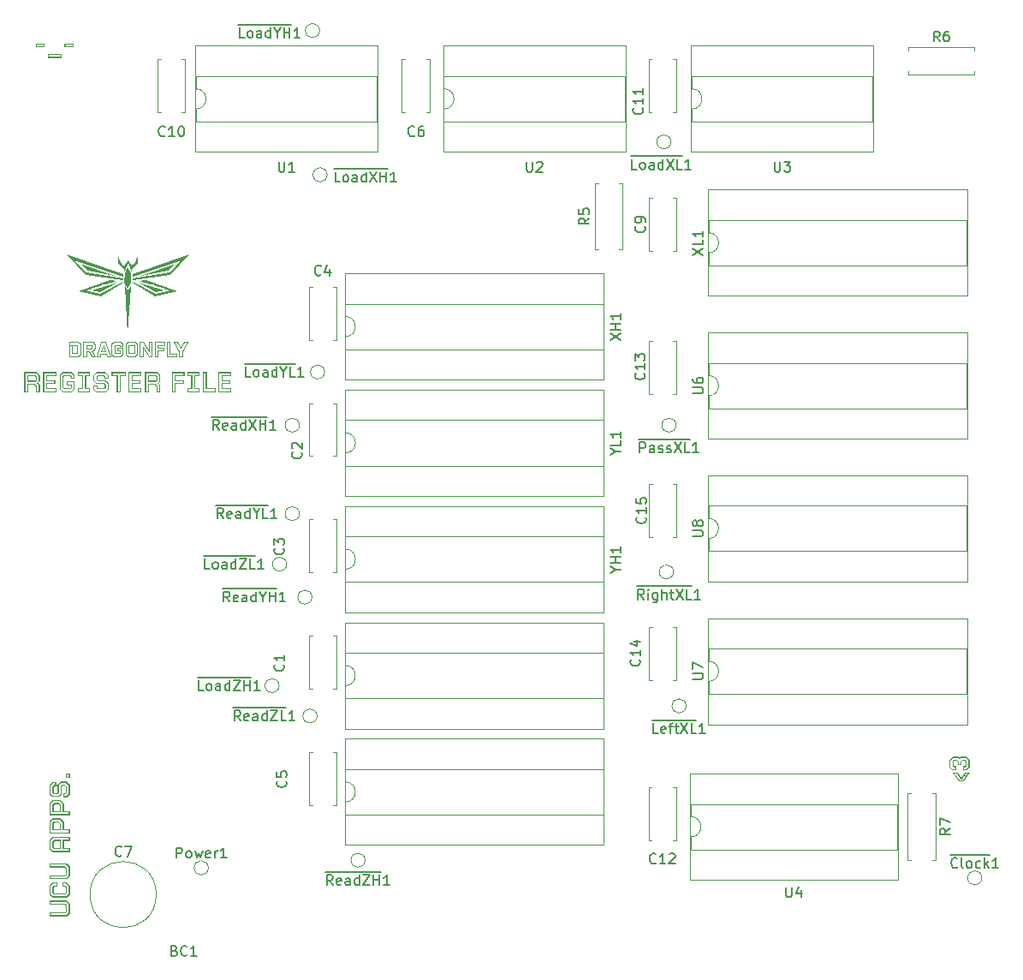
<source format=gbr>
%TF.GenerationSoftware,KiCad,Pcbnew,9.0.5*%
%TF.CreationDate,2025-11-19T18:18:20+02:00*%
%TF.ProjectId,register_file_accum,72656769-7374-4657-925f-66696c655f61,rev?*%
%TF.SameCoordinates,Original*%
%TF.FileFunction,Legend,Top*%
%TF.FilePolarity,Positive*%
%FSLAX46Y46*%
G04 Gerber Fmt 4.6, Leading zero omitted, Abs format (unit mm)*
G04 Created by KiCad (PCBNEW 9.0.5) date 2025-11-19 18:18:20*
%MOMM*%
%LPD*%
G01*
G04 APERTURE LIST*
%ADD10C,0.000000*%
%ADD11C,0.052916*%
%ADD12C,0.150000*%
%ADD13C,0.120000*%
G04 APERTURE END LIST*
D10*
G36*
X77944705Y-68137627D02*
G01*
X74214080Y-68666793D01*
X74214080Y-68508043D01*
X77838871Y-67899502D01*
X78429487Y-67310738D01*
X78830736Y-66902279D01*
X78959548Y-66765050D01*
X78993714Y-66725126D01*
X79001700Y-66713829D01*
X79003038Y-66708877D01*
X78249298Y-66957825D01*
X76613255Y-67522536D01*
X74240538Y-68349293D01*
X74240538Y-68111168D01*
X79823246Y-66153252D01*
X77944705Y-68137627D01*
G37*
D11*
X77896816Y-75908439D02*
X78530228Y-75911879D01*
X78526788Y-76180960D01*
X77574288Y-76180960D01*
X77574288Y-74778669D01*
X77891788Y-74778669D01*
X77896816Y-75908439D01*
X72934556Y-74790046D02*
X72950509Y-74790969D01*
X72966118Y-74793280D01*
X72981370Y-74796885D01*
X72996256Y-74801692D01*
X73010765Y-74807608D01*
X73024886Y-74814541D01*
X73038609Y-74822396D01*
X73051923Y-74831081D01*
X73064818Y-74840503D01*
X73077283Y-74850570D01*
X73089307Y-74861187D01*
X73100880Y-74872264D01*
X73111992Y-74883706D01*
X73122631Y-74895420D01*
X73142452Y-74919295D01*
X73160257Y-74943144D01*
X73175962Y-74966226D01*
X73189482Y-74987796D01*
X73200734Y-75007112D01*
X73216094Y-75036004D01*
X73221364Y-75046956D01*
X73235122Y-75202002D01*
X72917622Y-75202002D01*
X72917584Y-75203742D01*
X72917522Y-75202233D01*
X72917622Y-75149085D01*
X72917493Y-75142595D01*
X72917071Y-75136464D01*
X72916375Y-75130683D01*
X72915424Y-75125240D01*
X72914238Y-75120126D01*
X72912837Y-75115331D01*
X72911239Y-75110844D01*
X72909465Y-75106656D01*
X72907534Y-75102758D01*
X72905466Y-75099137D01*
X72903280Y-75095786D01*
X72900995Y-75092693D01*
X72898631Y-75089849D01*
X72896208Y-75087243D01*
X72893746Y-75084866D01*
X72891263Y-75082708D01*
X72888779Y-75080758D01*
X72886314Y-75079006D01*
X72883887Y-75077443D01*
X72881518Y-75076058D01*
X72877031Y-75073784D01*
X72873010Y-75072104D01*
X72869611Y-75070936D01*
X72866990Y-75070202D01*
X72864705Y-75069710D01*
X72467830Y-75069710D01*
X72461952Y-75069885D01*
X72456510Y-75070348D01*
X72451488Y-75071079D01*
X72446869Y-75072060D01*
X72442638Y-75073271D01*
X72438777Y-75074692D01*
X72435271Y-75076305D01*
X72432103Y-75078090D01*
X72429257Y-75080028D01*
X72426716Y-75082101D01*
X72424463Y-75084287D01*
X72422484Y-75086570D01*
X72420761Y-75088928D01*
X72419277Y-75091343D01*
X72418017Y-75093796D01*
X72416964Y-75096268D01*
X72416101Y-75098738D01*
X72415413Y-75101189D01*
X72414883Y-75103601D01*
X72414495Y-75105954D01*
X72414077Y-75110407D01*
X72414029Y-75114396D01*
X72414219Y-75117766D01*
X72414517Y-75120364D01*
X72414913Y-75122627D01*
X72414913Y-75837001D01*
X72415118Y-75841925D01*
X72415761Y-75846534D01*
X72416814Y-75850838D01*
X72418248Y-75854848D01*
X72420033Y-75858574D01*
X72422140Y-75862026D01*
X72424540Y-75865215D01*
X72427204Y-75868152D01*
X72430102Y-75870846D01*
X72433206Y-75873309D01*
X72436485Y-75875550D01*
X72439912Y-75877580D01*
X72443456Y-75879410D01*
X72447088Y-75881050D01*
X72450780Y-75882509D01*
X72454502Y-75883800D01*
X72461918Y-75885914D01*
X72469104Y-75887476D01*
X72475825Y-75888570D01*
X72481849Y-75889277D01*
X72490867Y-75889869D01*
X72494288Y-75889918D01*
X72864705Y-75889918D01*
X72870025Y-75889720D01*
X72874979Y-75889237D01*
X72879581Y-75888488D01*
X72883843Y-75887492D01*
X72887778Y-75886269D01*
X72891400Y-75884838D01*
X72894721Y-75883217D01*
X72897753Y-75881427D01*
X72900511Y-75879484D01*
X72903006Y-75877410D01*
X72905251Y-75875223D01*
X72907261Y-75872942D01*
X72909046Y-75870587D01*
X72910621Y-75868175D01*
X72911998Y-75865727D01*
X72913190Y-75863261D01*
X72914210Y-75860797D01*
X72915071Y-75858354D01*
X72915785Y-75855950D01*
X72916366Y-75853605D01*
X72917179Y-75849168D01*
X72917613Y-75845195D01*
X72917772Y-75841839D01*
X72917757Y-75839253D01*
X72917622Y-75837001D01*
X72917622Y-75627452D01*
X72653038Y-75625335D01*
X72653038Y-75387210D01*
X73216865Y-75386943D01*
X73223546Y-75585447D01*
X73226911Y-75759535D01*
X73227146Y-75843692D01*
X73225861Y-75917698D01*
X73224669Y-75934697D01*
X73222239Y-75951025D01*
X73218656Y-75966690D01*
X73214003Y-75981700D01*
X73208364Y-75996064D01*
X73201822Y-76009791D01*
X73194461Y-76022889D01*
X73186364Y-76035367D01*
X73177615Y-76047235D01*
X73168298Y-76058499D01*
X73158496Y-76069170D01*
X73148294Y-76079256D01*
X73137774Y-76088765D01*
X73127020Y-76097706D01*
X73116116Y-76106088D01*
X73105145Y-76113920D01*
X73083339Y-76127966D01*
X73062269Y-76139915D01*
X73042606Y-76149835D01*
X73025018Y-76157795D01*
X72998742Y-76168117D01*
X72988795Y-76171434D01*
X72806927Y-76174080D01*
X72608949Y-76174113D01*
X72365701Y-76170376D01*
X72343446Y-76169135D01*
X72322444Y-76166565D01*
X72302660Y-76162753D01*
X72284058Y-76157791D01*
X72266603Y-76151768D01*
X72250258Y-76144775D01*
X72234987Y-76136900D01*
X72220755Y-76128233D01*
X72207526Y-76118866D01*
X72195263Y-76108886D01*
X72183931Y-76098385D01*
X72173494Y-76087451D01*
X72163917Y-76076176D01*
X72155162Y-76064648D01*
X72147195Y-76052957D01*
X72139979Y-76041194D01*
X72133478Y-76029448D01*
X72127657Y-76017808D01*
X72117910Y-75995209D01*
X72110451Y-75974116D01*
X72104992Y-75955246D01*
X72101245Y-75939318D01*
X72098925Y-75927052D01*
X72097414Y-75916377D01*
X72097414Y-75069710D01*
X72098800Y-75045307D01*
X72101987Y-75022372D01*
X72106853Y-75000858D01*
X72113276Y-74980722D01*
X72121137Y-74961917D01*
X72130314Y-74944398D01*
X72140686Y-74928119D01*
X72152133Y-74913035D01*
X72164533Y-74899101D01*
X72177766Y-74886271D01*
X72191710Y-74874499D01*
X72206244Y-74863741D01*
X72221249Y-74853950D01*
X72236602Y-74845082D01*
X72252184Y-74837091D01*
X72267872Y-74829931D01*
X72299085Y-74817924D01*
X72329276Y-74808697D01*
X72357476Y-74801887D01*
X72382717Y-74797131D01*
X72404034Y-74794064D01*
X72420458Y-74792324D01*
X72434758Y-74791368D01*
X72621752Y-74789813D01*
X72785694Y-74789247D01*
X72934556Y-74790046D01*
D10*
G36*
X73818528Y-68209592D02*
G01*
X73819321Y-68818399D01*
X73756615Y-69016308D01*
X73755822Y-69014984D01*
X73678564Y-68825542D01*
X73684913Y-68217001D01*
X73749472Y-68004805D01*
X73818528Y-68209592D01*
G37*
G36*
X71020824Y-69825933D02*
G01*
X70192414Y-69672210D01*
X72653038Y-68878460D01*
X71020824Y-69825933D01*
G37*
G36*
X72864705Y-68746168D02*
G01*
X72645485Y-68785264D01*
X72376991Y-68841674D01*
X72204635Y-68881293D01*
X72007488Y-68929359D01*
X71786011Y-68986501D01*
X71540665Y-69053346D01*
X71271909Y-69130523D01*
X70980206Y-69218660D01*
X70666016Y-69318386D01*
X70329800Y-69430328D01*
X69972019Y-69555116D01*
X69593132Y-69693376D01*
X71039080Y-70042627D01*
X73261580Y-68799085D01*
X73288038Y-68957835D01*
X71118455Y-70280751D01*
X68843039Y-69725127D01*
X71912205Y-68640335D01*
X72864705Y-68746168D01*
G37*
G36*
X74081788Y-67978877D02*
G01*
X74071999Y-68950691D01*
X73737830Y-69539918D01*
X73409217Y-68945400D01*
X73420330Y-67978877D01*
X73751853Y-67387269D01*
X74081788Y-67978877D01*
G37*
G36*
X74690330Y-66999918D02*
G01*
X74108247Y-67582002D01*
X74161163Y-67899502D01*
X73764288Y-66999918D01*
X73340955Y-67899502D01*
X73393872Y-67582002D01*
X72811788Y-66999918D01*
X72758872Y-66259085D01*
X72995144Y-66865510D01*
X73048640Y-66937849D01*
X73103919Y-67010813D01*
X73167917Y-67092787D01*
X73232908Y-67172132D01*
X73263360Y-67207181D01*
X73291164Y-67237208D01*
X73315352Y-67260758D01*
X73334958Y-67276376D01*
X73342742Y-67280756D01*
X73349018Y-67282607D01*
X73353666Y-67281747D01*
X73356565Y-67277996D01*
X73364150Y-67262226D01*
X73378360Y-67236821D01*
X73423026Y-67162910D01*
X73483293Y-67067878D01*
X73551894Y-66963340D01*
X73621562Y-66860910D01*
X73685029Y-66772203D01*
X73712166Y-66736626D01*
X73735027Y-66708834D01*
X73752704Y-66690281D01*
X73759315Y-66684923D01*
X73764288Y-66682418D01*
X73769291Y-66683210D01*
X73775983Y-66687465D01*
X73793952Y-66705452D01*
X73817224Y-66734549D01*
X73844829Y-66772926D01*
X73909163Y-66870198D01*
X73979196Y-66982621D01*
X74105328Y-67194350D01*
X74161163Y-67290960D01*
X74505122Y-66894085D01*
X74743247Y-66259085D01*
X74690330Y-66999918D01*
G37*
G36*
X74055330Y-69328251D02*
G01*
X73750000Y-74000000D01*
X73473247Y-69301793D01*
X73446788Y-69169502D01*
X73684913Y-69645752D01*
X73763230Y-72508279D01*
X73817205Y-69645752D01*
X74081788Y-69169502D01*
X74055330Y-69328251D01*
G37*
D11*
X68766574Y-74783960D02*
X68808581Y-74795060D01*
X68828949Y-74801652D01*
X68851699Y-74810503D01*
X68876048Y-74821979D01*
X68888578Y-74828816D01*
X68901214Y-74836447D01*
X68913858Y-74844917D01*
X68926414Y-74854273D01*
X68938782Y-74864560D01*
X68950865Y-74875823D01*
X68962566Y-74888109D01*
X68973786Y-74901464D01*
X68984427Y-74915932D01*
X68994393Y-74931561D01*
X69003584Y-74948395D01*
X69011904Y-74966481D01*
X69019254Y-74985865D01*
X69025537Y-75006591D01*
X69030654Y-75028706D01*
X69034508Y-75052256D01*
X69037002Y-75077286D01*
X69038037Y-75103843D01*
X69046768Y-75872986D01*
X69047151Y-75886122D01*
X69046791Y-75901204D01*
X69045317Y-75920772D01*
X69042170Y-75943936D01*
X69036792Y-75969803D01*
X69033091Y-75983472D01*
X69028622Y-75997482D01*
X69023315Y-76011722D01*
X69017102Y-76026081D01*
X69009910Y-76040446D01*
X69001671Y-76054707D01*
X68992315Y-76068752D01*
X68981772Y-76082469D01*
X68969972Y-76095748D01*
X68956844Y-76108476D01*
X68942320Y-76120542D01*
X68926329Y-76131835D01*
X68908801Y-76142243D01*
X68889667Y-76151655D01*
X68868855Y-76159959D01*
X68846298Y-76167044D01*
X68821924Y-76172798D01*
X68795664Y-76177110D01*
X68767448Y-76179868D01*
X68737205Y-76180961D01*
X68201986Y-76181854D01*
X67916997Y-76180961D01*
X67916997Y-75889918D01*
X67916997Y-75069710D01*
X68208039Y-75069710D01*
X68208039Y-75889918D01*
X68416067Y-75890910D01*
X68568575Y-75891034D01*
X68657830Y-75889918D01*
X68662015Y-75889458D01*
X68666134Y-75888591D01*
X68670182Y-75887345D01*
X68674155Y-75885748D01*
X68678048Y-75883827D01*
X68681858Y-75881611D01*
X68685579Y-75879126D01*
X68689208Y-75876400D01*
X68692740Y-75873461D01*
X68696171Y-75870336D01*
X68699496Y-75867054D01*
X68702711Y-75863641D01*
X68708794Y-75856535D01*
X68714385Y-75849239D01*
X68719449Y-75841974D01*
X68723950Y-75834961D01*
X68727855Y-75828420D01*
X68731128Y-75822574D01*
X68735639Y-75813846D01*
X68737205Y-75810543D01*
X68738495Y-75484940D01*
X68738656Y-75250763D01*
X68737205Y-75122627D01*
X68736675Y-75118169D01*
X68735747Y-75113966D01*
X68734449Y-75110012D01*
X68732807Y-75106300D01*
X68730849Y-75102820D01*
X68728603Y-75099567D01*
X68726095Y-75096533D01*
X68723352Y-75093709D01*
X68720402Y-75091088D01*
X68717271Y-75088664D01*
X68713988Y-75086428D01*
X68710579Y-75084373D01*
X68707071Y-75082492D01*
X68703492Y-75080776D01*
X68696228Y-75077813D01*
X68689004Y-75075423D01*
X68682038Y-75073547D01*
X68675547Y-75072124D01*
X68669749Y-75071095D01*
X68661100Y-75069976D01*
X68657830Y-75069710D01*
X68208039Y-75069710D01*
X67916997Y-75069710D01*
X67916997Y-74778669D01*
X68766574Y-74783960D01*
X77362621Y-74778669D02*
X77362621Y-75069710D01*
X76701164Y-75069710D01*
X76701164Y-75360752D01*
X77256788Y-75360752D01*
X77256788Y-75625335D01*
X76701164Y-75625335D01*
X76701164Y-76180960D01*
X76383663Y-76180960D01*
X76391865Y-74775229D01*
X77362621Y-74778669D01*
D10*
G36*
X77309705Y-69672210D02*
G01*
X76481294Y-69825933D01*
X74849080Y-68878460D01*
X77309705Y-69672210D01*
G37*
D11*
X74358747Y-74779704D02*
X74372958Y-74781562D01*
X74391400Y-74784816D01*
X74413234Y-74789842D01*
X74437622Y-74797016D01*
X74463724Y-74806715D01*
X74477156Y-74812629D01*
X74490702Y-74819315D01*
X74504257Y-74826821D01*
X74517717Y-74835192D01*
X74530976Y-74844478D01*
X74543931Y-74854723D01*
X74556475Y-74865977D01*
X74568504Y-74878284D01*
X74579914Y-74891694D01*
X74590599Y-74906251D01*
X74600454Y-74922005D01*
X74609375Y-74939001D01*
X74617258Y-74957287D01*
X74623996Y-74976910D01*
X74629485Y-74997917D01*
X74633621Y-75020354D01*
X74636299Y-75044270D01*
X74637413Y-75069710D01*
X74644293Y-75914260D01*
X74642702Y-75925423D01*
X74640208Y-75938236D01*
X74636132Y-75954853D01*
X74630136Y-75974513D01*
X74621885Y-75996455D01*
X74611039Y-76019917D01*
X74604539Y-76031980D01*
X74597263Y-76044137D01*
X74589170Y-76056294D01*
X74580219Y-76068354D01*
X74570366Y-76080224D01*
X74559569Y-76091807D01*
X74547787Y-76103008D01*
X74534977Y-76113733D01*
X74521098Y-76123886D01*
X74506106Y-76133372D01*
X74489960Y-76142095D01*
X74472618Y-76149961D01*
X74454037Y-76156874D01*
X74434176Y-76162739D01*
X74412991Y-76167461D01*
X74390442Y-76170944D01*
X74366486Y-76173094D01*
X74341081Y-76173816D01*
X73810855Y-76174345D01*
X73798009Y-76172768D01*
X73783252Y-76170306D01*
X73764094Y-76166292D01*
X73741404Y-76160399D01*
X73716047Y-76152300D01*
X73688891Y-76141668D01*
X73674910Y-76135300D01*
X73660803Y-76128176D01*
X73646681Y-76120255D01*
X73632650Y-76111496D01*
X73618820Y-76101858D01*
X73605299Y-76091301D01*
X73592195Y-76079784D01*
X73579617Y-76067265D01*
X73567673Y-76053705D01*
X73556471Y-76039061D01*
X73546119Y-76023293D01*
X73536727Y-76006360D01*
X73528403Y-75988222D01*
X73521254Y-75968836D01*
X73515389Y-75948164D01*
X73510917Y-75926163D01*
X73507946Y-75902792D01*
X73506585Y-75878012D01*
X73501715Y-75566647D01*
X73499771Y-75309356D01*
X73499705Y-75069710D01*
X73501527Y-75058181D01*
X73504376Y-75044892D01*
X73509023Y-75027584D01*
X73515851Y-75007004D01*
X73525238Y-74983902D01*
X73531011Y-74971638D01*
X73537567Y-74959024D01*
X73544953Y-74946153D01*
X73553217Y-74933119D01*
X73562407Y-74920015D01*
X73572569Y-74906935D01*
X73583753Y-74893973D01*
X73596004Y-74881221D01*
X73609372Y-74868773D01*
X73623902Y-74856723D01*
X73639644Y-74845164D01*
X73656644Y-74834190D01*
X73674951Y-74823894D01*
X73694611Y-74814370D01*
X73715672Y-74805711D01*
X73738183Y-74798011D01*
X73762189Y-74791363D01*
X73787740Y-74785861D01*
X73814882Y-74781599D01*
X73843663Y-74778669D01*
X74346372Y-74778669D01*
X74358747Y-74779704D01*
X74295885Y-75069748D02*
X74298376Y-75069923D01*
X74301616Y-75070314D01*
X74305460Y-75071005D01*
X74309765Y-75072082D01*
X74312046Y-75072791D01*
X74314388Y-75073629D01*
X74316774Y-75074604D01*
X74319186Y-75075729D01*
X74321605Y-75077014D01*
X74324014Y-75078469D01*
X74326395Y-75080105D01*
X74328730Y-75081932D01*
X74331001Y-75083961D01*
X74333191Y-75086202D01*
X74335280Y-75088667D01*
X74337252Y-75091365D01*
X74339088Y-75094307D01*
X74340770Y-75097504D01*
X74342281Y-75100966D01*
X74343603Y-75104704D01*
X74344717Y-75108729D01*
X74345606Y-75113051D01*
X74346252Y-75117680D01*
X74346636Y-75122627D01*
X74347558Y-75253219D01*
X74347265Y-75487123D01*
X74346108Y-75810543D01*
X74346569Y-75813922D01*
X74346938Y-75817801D01*
X74347215Y-75822834D01*
X74347264Y-75828793D01*
X74346945Y-75835449D01*
X74346120Y-75842572D01*
X74345475Y-75846237D01*
X74344652Y-75849933D01*
X74343634Y-75853631D01*
X74342403Y-75857304D01*
X74340942Y-75860921D01*
X74339234Y-75864454D01*
X74337262Y-75867876D01*
X74335009Y-75871157D01*
X74332456Y-75874268D01*
X74329588Y-75877181D01*
X74326386Y-75879867D01*
X74322833Y-75882298D01*
X74318913Y-75884445D01*
X74314608Y-75886280D01*
X74309900Y-75887773D01*
X74304773Y-75888896D01*
X74299209Y-75889621D01*
X74293191Y-75889918D01*
X73896316Y-75889918D01*
X73892938Y-75890097D01*
X73884025Y-75890059D01*
X73878066Y-75889689D01*
X73871410Y-75888942D01*
X73864287Y-75887709D01*
X73856926Y-75885883D01*
X73853228Y-75884715D01*
X73849555Y-75883357D01*
X73845938Y-75881797D01*
X73842404Y-75880022D01*
X73838983Y-75878018D01*
X73835702Y-75875771D01*
X73832591Y-75873268D01*
X73829678Y-75870496D01*
X73826992Y-75867441D01*
X73824561Y-75864089D01*
X73822414Y-75860428D01*
X73820580Y-75856443D01*
X73819087Y-75852122D01*
X73817963Y-75847450D01*
X73817239Y-75842414D01*
X73816941Y-75837001D01*
X73817470Y-75149085D01*
X73817052Y-75145761D01*
X73816730Y-75141941D01*
X73816511Y-75136980D01*
X73816527Y-75131102D01*
X73816912Y-75124528D01*
X73817799Y-75117484D01*
X73818473Y-75113855D01*
X73819322Y-75110191D01*
X73820363Y-75106522D01*
X73821614Y-75102874D01*
X73823090Y-75099276D01*
X73824808Y-75095755D01*
X73826785Y-75092340D01*
X73829038Y-75089058D01*
X73831582Y-75085937D01*
X73834436Y-75083006D01*
X73837616Y-75080291D01*
X73841137Y-75077821D01*
X73845018Y-75075625D01*
X73849274Y-75073729D01*
X73853922Y-75072161D01*
X73858979Y-75070950D01*
X73864462Y-75070124D01*
X73870387Y-75069710D01*
X74293720Y-75069710D01*
X74295885Y-75069748D01*
X71488872Y-75651793D02*
X71118455Y-75651793D01*
X71303663Y-75096168D01*
X71488872Y-75651793D01*
D10*
G36*
X77706580Y-67740752D02*
G01*
X75034288Y-68243460D01*
X78420955Y-67052835D01*
X77706580Y-67740752D01*
G37*
D11*
X70098907Y-75068820D02*
X70103393Y-75069222D01*
X70105762Y-75069602D01*
X70108189Y-75070125D01*
X70110654Y-75070806D01*
X70113138Y-75071662D01*
X70115621Y-75072709D01*
X70118083Y-75073964D01*
X70120506Y-75075444D01*
X70122870Y-75077165D01*
X70125155Y-75079143D01*
X70127341Y-75081395D01*
X70129409Y-75083938D01*
X70131340Y-75086788D01*
X70133114Y-75089962D01*
X70134712Y-75093476D01*
X70136113Y-75097346D01*
X70137299Y-75101590D01*
X70138250Y-75106223D01*
X70138946Y-75111263D01*
X70139368Y-75116725D01*
X70139497Y-75122627D01*
X70139497Y-75360752D01*
X70139133Y-75362982D01*
X70138604Y-75365544D01*
X70137777Y-75368871D01*
X70136603Y-75372812D01*
X70135032Y-75377216D01*
X70133015Y-75381933D01*
X70131823Y-75384362D01*
X70130501Y-75386813D01*
X70129043Y-75389267D01*
X70127442Y-75391706D01*
X70125692Y-75394110D01*
X70123787Y-75396460D01*
X70121721Y-75398739D01*
X70119488Y-75400926D01*
X70117081Y-75403004D01*
X70114494Y-75404954D01*
X70111721Y-75406756D01*
X70108756Y-75408392D01*
X70105592Y-75409843D01*
X70102224Y-75411091D01*
X70098645Y-75412116D01*
X70094848Y-75412900D01*
X70090829Y-75413424D01*
X70086580Y-75413668D01*
X69610330Y-75413668D01*
X69610330Y-75069710D01*
X70086580Y-75069710D01*
X70088865Y-75069304D01*
X70091486Y-75068993D01*
X70094886Y-75068788D01*
X70098907Y-75068820D01*
X76118286Y-76178578D02*
X75818514Y-76163497D01*
X75213941Y-75301748D01*
X75207061Y-76177784D01*
X74901997Y-76180960D01*
X74901997Y-74778669D01*
X75208120Y-74779726D01*
X75801580Y-75651793D01*
X75801580Y-74778669D01*
X76119080Y-74778669D01*
X76118286Y-76178578D01*
D10*
G36*
X73261580Y-68111168D02*
G01*
X73261580Y-68349293D01*
X70888863Y-67522536D01*
X69252820Y-66957825D01*
X68499080Y-66708877D01*
X68500418Y-66713829D01*
X68508405Y-66725126D01*
X68542570Y-66765050D01*
X68671382Y-66902279D01*
X69072631Y-67310738D01*
X69663247Y-67899502D01*
X73288038Y-68508043D01*
X73288038Y-68666793D01*
X69557414Y-68137627D01*
X67678872Y-66153252D01*
X73261580Y-68111168D01*
G37*
G36*
X78659080Y-69725127D02*
G01*
X76383663Y-70280751D01*
X74214080Y-68957835D01*
X74240538Y-68799085D01*
X76463038Y-70042627D01*
X77908986Y-69693376D01*
X77530100Y-69555116D01*
X77172318Y-69430328D01*
X76836102Y-69318386D01*
X76521912Y-69218660D01*
X76230209Y-69130523D01*
X75961454Y-69053346D01*
X75716107Y-68986501D01*
X75494630Y-68929359D01*
X75297483Y-68881293D01*
X75125127Y-68841674D01*
X74856633Y-68785264D01*
X74637413Y-68746168D01*
X75589913Y-68640335D01*
X78659080Y-69725127D01*
G37*
D11*
X70203804Y-74779346D02*
X70216876Y-74780814D01*
X70233829Y-74783588D01*
X70253886Y-74788083D01*
X70276269Y-74794714D01*
X70288090Y-74798960D01*
X70300201Y-74803895D01*
X70312504Y-74809571D01*
X70324904Y-74816041D01*
X70337301Y-74823355D01*
X70349600Y-74831566D01*
X70361704Y-74840726D01*
X70373514Y-74850886D01*
X70384933Y-74862098D01*
X70395866Y-74874415D01*
X70406213Y-74887887D01*
X70415879Y-74902568D01*
X70424766Y-74918508D01*
X70432776Y-74935759D01*
X70439813Y-74954373D01*
X70445780Y-74974403D01*
X70450579Y-74995900D01*
X70454113Y-75018915D01*
X70456284Y-75043502D01*
X70456997Y-75069710D01*
X70456997Y-75413668D01*
X70455091Y-75422237D01*
X70452351Y-75432236D01*
X70448100Y-75445410D01*
X70442101Y-75461285D01*
X70434115Y-75479385D01*
X70423902Y-75499236D01*
X70417886Y-75509669D01*
X70411224Y-75520361D01*
X70403886Y-75531254D01*
X70395842Y-75542287D01*
X70387063Y-75553401D01*
X70377519Y-75564537D01*
X70367179Y-75575636D01*
X70356013Y-75586638D01*
X70343993Y-75597483D01*
X70331088Y-75608112D01*
X70317269Y-75618466D01*
X70302505Y-75628486D01*
X70286766Y-75638111D01*
X70270023Y-75647284D01*
X70252247Y-75655943D01*
X70233406Y-75664031D01*
X70213472Y-75671486D01*
X70192414Y-75678251D01*
X70203643Y-75699178D01*
X70235719Y-75753691D01*
X70334859Y-75918625D01*
X70480280Y-76158206D01*
X70155901Y-76164821D01*
X69874914Y-75678251D01*
X69610331Y-75678251D01*
X69610331Y-76180960D01*
X69292831Y-76180960D01*
X69292831Y-74778669D01*
X69319289Y-74778669D01*
X70192414Y-74778669D01*
X70203804Y-74779346D01*
X78976579Y-75334293D02*
X79267622Y-74778669D01*
X79638038Y-74778669D01*
X79108872Y-75678251D01*
X79108872Y-76180960D01*
X78817830Y-76180960D01*
X78814125Y-75682749D01*
X78288663Y-74778669D01*
X78659080Y-74778669D01*
X78976579Y-75334293D01*
D10*
G36*
X72467830Y-68243460D02*
G01*
X69795539Y-67740752D01*
X69081164Y-67052835D01*
X72467830Y-68243460D01*
G37*
D11*
X71991580Y-76180960D02*
X71647622Y-76180960D01*
X71568247Y-75916377D01*
X71039080Y-75916377D01*
X70959705Y-76180960D01*
X70622361Y-76178050D01*
X71118455Y-74778669D01*
X71488872Y-74778669D01*
X71991580Y-76180960D01*
D12*
X73112317Y-125509580D02*
X73064698Y-125557200D01*
X73064698Y-125557200D02*
X72921841Y-125604819D01*
X72921841Y-125604819D02*
X72826603Y-125604819D01*
X72826603Y-125604819D02*
X72683746Y-125557200D01*
X72683746Y-125557200D02*
X72588508Y-125461961D01*
X72588508Y-125461961D02*
X72540889Y-125366723D01*
X72540889Y-125366723D02*
X72493270Y-125176247D01*
X72493270Y-125176247D02*
X72493270Y-125033390D01*
X72493270Y-125033390D02*
X72540889Y-124842914D01*
X72540889Y-124842914D02*
X72588508Y-124747676D01*
X72588508Y-124747676D02*
X72683746Y-124652438D01*
X72683746Y-124652438D02*
X72826603Y-124604819D01*
X72826603Y-124604819D02*
X72921841Y-124604819D01*
X72921841Y-124604819D02*
X73064698Y-124652438D01*
X73064698Y-124652438D02*
X73112317Y-124700057D01*
X73445651Y-124604819D02*
X74112317Y-124604819D01*
X74112317Y-124604819D02*
X73683746Y-125604819D01*
X94726190Y-58956819D02*
X94250000Y-58956819D01*
X94250000Y-58956819D02*
X94250000Y-57956819D01*
X95202381Y-58956819D02*
X95107143Y-58909200D01*
X95107143Y-58909200D02*
X95059524Y-58861580D01*
X95059524Y-58861580D02*
X95011905Y-58766342D01*
X95011905Y-58766342D02*
X95011905Y-58480628D01*
X95011905Y-58480628D02*
X95059524Y-58385390D01*
X95059524Y-58385390D02*
X95107143Y-58337771D01*
X95107143Y-58337771D02*
X95202381Y-58290152D01*
X95202381Y-58290152D02*
X95345238Y-58290152D01*
X95345238Y-58290152D02*
X95440476Y-58337771D01*
X95440476Y-58337771D02*
X95488095Y-58385390D01*
X95488095Y-58385390D02*
X95535714Y-58480628D01*
X95535714Y-58480628D02*
X95535714Y-58766342D01*
X95535714Y-58766342D02*
X95488095Y-58861580D01*
X95488095Y-58861580D02*
X95440476Y-58909200D01*
X95440476Y-58909200D02*
X95345238Y-58956819D01*
X95345238Y-58956819D02*
X95202381Y-58956819D01*
X96392857Y-58956819D02*
X96392857Y-58433009D01*
X96392857Y-58433009D02*
X96345238Y-58337771D01*
X96345238Y-58337771D02*
X96250000Y-58290152D01*
X96250000Y-58290152D02*
X96059524Y-58290152D01*
X96059524Y-58290152D02*
X95964286Y-58337771D01*
X96392857Y-58909200D02*
X96297619Y-58956819D01*
X96297619Y-58956819D02*
X96059524Y-58956819D01*
X96059524Y-58956819D02*
X95964286Y-58909200D01*
X95964286Y-58909200D02*
X95916667Y-58813961D01*
X95916667Y-58813961D02*
X95916667Y-58718723D01*
X95916667Y-58718723D02*
X95964286Y-58623485D01*
X95964286Y-58623485D02*
X96059524Y-58575866D01*
X96059524Y-58575866D02*
X96297619Y-58575866D01*
X96297619Y-58575866D02*
X96392857Y-58528247D01*
X97297619Y-58956819D02*
X97297619Y-57956819D01*
X97297619Y-58909200D02*
X97202381Y-58956819D01*
X97202381Y-58956819D02*
X97011905Y-58956819D01*
X97011905Y-58956819D02*
X96916667Y-58909200D01*
X96916667Y-58909200D02*
X96869048Y-58861580D01*
X96869048Y-58861580D02*
X96821429Y-58766342D01*
X96821429Y-58766342D02*
X96821429Y-58480628D01*
X96821429Y-58480628D02*
X96869048Y-58385390D01*
X96869048Y-58385390D02*
X96916667Y-58337771D01*
X96916667Y-58337771D02*
X97011905Y-58290152D01*
X97011905Y-58290152D02*
X97202381Y-58290152D01*
X97202381Y-58290152D02*
X97297619Y-58337771D01*
X97678572Y-57956819D02*
X98345238Y-58956819D01*
X98345238Y-57956819D02*
X97678572Y-58956819D01*
X98726191Y-58956819D02*
X98726191Y-57956819D01*
X98726191Y-58433009D02*
X99297619Y-58433009D01*
X99297619Y-58956819D02*
X99297619Y-57956819D01*
X94111905Y-57679200D02*
X99435715Y-57679200D01*
X100297619Y-58956819D02*
X99726191Y-58956819D01*
X100011905Y-58956819D02*
X100011905Y-57956819D01*
X100011905Y-57956819D02*
X99916667Y-58099676D01*
X99916667Y-58099676D02*
X99821429Y-58194914D01*
X99821429Y-58194914D02*
X99726191Y-58242533D01*
X121454819Y-74583332D02*
X122454819Y-73916666D01*
X121454819Y-73916666D02*
X122454819Y-74583332D01*
X122454819Y-73535713D02*
X121454819Y-73535713D01*
X121931009Y-73535713D02*
X121931009Y-72964285D01*
X122454819Y-72964285D02*
X121454819Y-72964285D01*
X122454819Y-71964285D02*
X122454819Y-72535713D01*
X122454819Y-72249999D02*
X121454819Y-72249999D01*
X121454819Y-72249999D02*
X121597676Y-72345237D01*
X121597676Y-72345237D02*
X121692914Y-72440475D01*
X121692914Y-72440475D02*
X121740533Y-72535713D01*
X77407142Y-54359580D02*
X77359523Y-54407200D01*
X77359523Y-54407200D02*
X77216666Y-54454819D01*
X77216666Y-54454819D02*
X77121428Y-54454819D01*
X77121428Y-54454819D02*
X76978571Y-54407200D01*
X76978571Y-54407200D02*
X76883333Y-54311961D01*
X76883333Y-54311961D02*
X76835714Y-54216723D01*
X76835714Y-54216723D02*
X76788095Y-54026247D01*
X76788095Y-54026247D02*
X76788095Y-53883390D01*
X76788095Y-53883390D02*
X76835714Y-53692914D01*
X76835714Y-53692914D02*
X76883333Y-53597676D01*
X76883333Y-53597676D02*
X76978571Y-53502438D01*
X76978571Y-53502438D02*
X77121428Y-53454819D01*
X77121428Y-53454819D02*
X77216666Y-53454819D01*
X77216666Y-53454819D02*
X77359523Y-53502438D01*
X77359523Y-53502438D02*
X77407142Y-53550057D01*
X78359523Y-54454819D02*
X77788095Y-54454819D01*
X78073809Y-54454819D02*
X78073809Y-53454819D01*
X78073809Y-53454819D02*
X77978571Y-53597676D01*
X77978571Y-53597676D02*
X77883333Y-53692914D01*
X77883333Y-53692914D02*
X77788095Y-53740533D01*
X78978571Y-53454819D02*
X79073809Y-53454819D01*
X79073809Y-53454819D02*
X79169047Y-53502438D01*
X79169047Y-53502438D02*
X79216666Y-53550057D01*
X79216666Y-53550057D02*
X79264285Y-53645295D01*
X79264285Y-53645295D02*
X79311904Y-53835771D01*
X79311904Y-53835771D02*
X79311904Y-54073866D01*
X79311904Y-54073866D02*
X79264285Y-54264342D01*
X79264285Y-54264342D02*
X79216666Y-54359580D01*
X79216666Y-54359580D02*
X79169047Y-54407200D01*
X79169047Y-54407200D02*
X79073809Y-54454819D01*
X79073809Y-54454819D02*
X78978571Y-54454819D01*
X78978571Y-54454819D02*
X78883333Y-54407200D01*
X78883333Y-54407200D02*
X78835714Y-54359580D01*
X78835714Y-54359580D02*
X78788095Y-54264342D01*
X78788095Y-54264342D02*
X78740476Y-54073866D01*
X78740476Y-54073866D02*
X78740476Y-53835771D01*
X78740476Y-53835771D02*
X78788095Y-53645295D01*
X78788095Y-53645295D02*
X78835714Y-53550057D01*
X78835714Y-53550057D02*
X78883333Y-53502438D01*
X78883333Y-53502438D02*
X78978571Y-53454819D01*
X102083333Y-54359580D02*
X102035714Y-54407200D01*
X102035714Y-54407200D02*
X101892857Y-54454819D01*
X101892857Y-54454819D02*
X101797619Y-54454819D01*
X101797619Y-54454819D02*
X101654762Y-54407200D01*
X101654762Y-54407200D02*
X101559524Y-54311961D01*
X101559524Y-54311961D02*
X101511905Y-54216723D01*
X101511905Y-54216723D02*
X101464286Y-54026247D01*
X101464286Y-54026247D02*
X101464286Y-53883390D01*
X101464286Y-53883390D02*
X101511905Y-53692914D01*
X101511905Y-53692914D02*
X101559524Y-53597676D01*
X101559524Y-53597676D02*
X101654762Y-53502438D01*
X101654762Y-53502438D02*
X101797619Y-53454819D01*
X101797619Y-53454819D02*
X101892857Y-53454819D01*
X101892857Y-53454819D02*
X102035714Y-53502438D01*
X102035714Y-53502438D02*
X102083333Y-53550057D01*
X102940476Y-53454819D02*
X102750000Y-53454819D01*
X102750000Y-53454819D02*
X102654762Y-53502438D01*
X102654762Y-53502438D02*
X102607143Y-53550057D01*
X102607143Y-53550057D02*
X102511905Y-53692914D01*
X102511905Y-53692914D02*
X102464286Y-53883390D01*
X102464286Y-53883390D02*
X102464286Y-54264342D01*
X102464286Y-54264342D02*
X102511905Y-54359580D01*
X102511905Y-54359580D02*
X102559524Y-54407200D01*
X102559524Y-54407200D02*
X102654762Y-54454819D01*
X102654762Y-54454819D02*
X102845238Y-54454819D01*
X102845238Y-54454819D02*
X102940476Y-54407200D01*
X102940476Y-54407200D02*
X102988095Y-54359580D01*
X102988095Y-54359580D02*
X103035714Y-54264342D01*
X103035714Y-54264342D02*
X103035714Y-54026247D01*
X103035714Y-54026247D02*
X102988095Y-53931009D01*
X102988095Y-53931009D02*
X102940476Y-53883390D01*
X102940476Y-53883390D02*
X102845238Y-53835771D01*
X102845238Y-53835771D02*
X102654762Y-53835771D01*
X102654762Y-53835771D02*
X102559524Y-53883390D01*
X102559524Y-53883390D02*
X102511905Y-53931009D01*
X102511905Y-53931009D02*
X102464286Y-54026247D01*
X154023333Y-45084819D02*
X153690000Y-44608628D01*
X153451905Y-45084819D02*
X153451905Y-44084819D01*
X153451905Y-44084819D02*
X153832857Y-44084819D01*
X153832857Y-44084819D02*
X153928095Y-44132438D01*
X153928095Y-44132438D02*
X153975714Y-44180057D01*
X153975714Y-44180057D02*
X154023333Y-44275295D01*
X154023333Y-44275295D02*
X154023333Y-44418152D01*
X154023333Y-44418152D02*
X153975714Y-44513390D01*
X153975714Y-44513390D02*
X153928095Y-44561009D01*
X153928095Y-44561009D02*
X153832857Y-44608628D01*
X153832857Y-44608628D02*
X153451905Y-44608628D01*
X154880476Y-44084819D02*
X154690000Y-44084819D01*
X154690000Y-44084819D02*
X154594762Y-44132438D01*
X154594762Y-44132438D02*
X154547143Y-44180057D01*
X154547143Y-44180057D02*
X154451905Y-44322914D01*
X154451905Y-44322914D02*
X154404286Y-44513390D01*
X154404286Y-44513390D02*
X154404286Y-44894342D01*
X154404286Y-44894342D02*
X154451905Y-44989580D01*
X154451905Y-44989580D02*
X154499524Y-45037200D01*
X154499524Y-45037200D02*
X154594762Y-45084819D01*
X154594762Y-45084819D02*
X154785238Y-45084819D01*
X154785238Y-45084819D02*
X154880476Y-45037200D01*
X154880476Y-45037200D02*
X154928095Y-44989580D01*
X154928095Y-44989580D02*
X154975714Y-44894342D01*
X154975714Y-44894342D02*
X154975714Y-44656247D01*
X154975714Y-44656247D02*
X154928095Y-44561009D01*
X154928095Y-44561009D02*
X154880476Y-44513390D01*
X154880476Y-44513390D02*
X154785238Y-44465771D01*
X154785238Y-44465771D02*
X154594762Y-44465771D01*
X154594762Y-44465771D02*
X154499524Y-44513390D01*
X154499524Y-44513390D02*
X154451905Y-44561009D01*
X154451905Y-44561009D02*
X154404286Y-44656247D01*
X121978628Y-97249999D02*
X122454819Y-97249999D01*
X121454819Y-97583332D02*
X121978628Y-97249999D01*
X121978628Y-97249999D02*
X121454819Y-96916666D01*
X122454819Y-96583332D02*
X121454819Y-96583332D01*
X121931009Y-96583332D02*
X121931009Y-96011904D01*
X122454819Y-96011904D02*
X121454819Y-96011904D01*
X122454819Y-95011904D02*
X122454819Y-95583332D01*
X122454819Y-95297618D02*
X121454819Y-95297618D01*
X121454819Y-95297618D02*
X121597676Y-95392856D01*
X121597676Y-95392856D02*
X121692914Y-95488094D01*
X121692914Y-95488094D02*
X121740533Y-95583332D01*
X81845237Y-97204819D02*
X81369047Y-97204819D01*
X81369047Y-97204819D02*
X81369047Y-96204819D01*
X82321428Y-97204819D02*
X82226190Y-97157200D01*
X82226190Y-97157200D02*
X82178571Y-97109580D01*
X82178571Y-97109580D02*
X82130952Y-97014342D01*
X82130952Y-97014342D02*
X82130952Y-96728628D01*
X82130952Y-96728628D02*
X82178571Y-96633390D01*
X82178571Y-96633390D02*
X82226190Y-96585771D01*
X82226190Y-96585771D02*
X82321428Y-96538152D01*
X82321428Y-96538152D02*
X82464285Y-96538152D01*
X82464285Y-96538152D02*
X82559523Y-96585771D01*
X82559523Y-96585771D02*
X82607142Y-96633390D01*
X82607142Y-96633390D02*
X82654761Y-96728628D01*
X82654761Y-96728628D02*
X82654761Y-97014342D01*
X82654761Y-97014342D02*
X82607142Y-97109580D01*
X82607142Y-97109580D02*
X82559523Y-97157200D01*
X82559523Y-97157200D02*
X82464285Y-97204819D01*
X82464285Y-97204819D02*
X82321428Y-97204819D01*
X83511904Y-97204819D02*
X83511904Y-96681009D01*
X83511904Y-96681009D02*
X83464285Y-96585771D01*
X83464285Y-96585771D02*
X83369047Y-96538152D01*
X83369047Y-96538152D02*
X83178571Y-96538152D01*
X83178571Y-96538152D02*
X83083333Y-96585771D01*
X83511904Y-97157200D02*
X83416666Y-97204819D01*
X83416666Y-97204819D02*
X83178571Y-97204819D01*
X83178571Y-97204819D02*
X83083333Y-97157200D01*
X83083333Y-97157200D02*
X83035714Y-97061961D01*
X83035714Y-97061961D02*
X83035714Y-96966723D01*
X83035714Y-96966723D02*
X83083333Y-96871485D01*
X83083333Y-96871485D02*
X83178571Y-96823866D01*
X83178571Y-96823866D02*
X83416666Y-96823866D01*
X83416666Y-96823866D02*
X83511904Y-96776247D01*
X84416666Y-97204819D02*
X84416666Y-96204819D01*
X84416666Y-97157200D02*
X84321428Y-97204819D01*
X84321428Y-97204819D02*
X84130952Y-97204819D01*
X84130952Y-97204819D02*
X84035714Y-97157200D01*
X84035714Y-97157200D02*
X83988095Y-97109580D01*
X83988095Y-97109580D02*
X83940476Y-97014342D01*
X83940476Y-97014342D02*
X83940476Y-96728628D01*
X83940476Y-96728628D02*
X83988095Y-96633390D01*
X83988095Y-96633390D02*
X84035714Y-96585771D01*
X84035714Y-96585771D02*
X84130952Y-96538152D01*
X84130952Y-96538152D02*
X84321428Y-96538152D01*
X84321428Y-96538152D02*
X84416666Y-96585771D01*
X84797619Y-96204819D02*
X85464285Y-96204819D01*
X85464285Y-96204819D02*
X84797619Y-97204819D01*
X84797619Y-97204819D02*
X85464285Y-97204819D01*
X86321428Y-97204819D02*
X85845238Y-97204819D01*
X85845238Y-97204819D02*
X85845238Y-96204819D01*
X81230952Y-95927200D02*
X86316667Y-95927200D01*
X87178571Y-97204819D02*
X86607143Y-97204819D01*
X86892857Y-97204819D02*
X86892857Y-96204819D01*
X86892857Y-96204819D02*
X86797619Y-96347676D01*
X86797619Y-96347676D02*
X86702381Y-96442914D01*
X86702381Y-96442914D02*
X86607143Y-96490533D01*
X78345238Y-134931009D02*
X78488095Y-134978628D01*
X78488095Y-134978628D02*
X78535714Y-135026247D01*
X78535714Y-135026247D02*
X78583333Y-135121485D01*
X78583333Y-135121485D02*
X78583333Y-135264342D01*
X78583333Y-135264342D02*
X78535714Y-135359580D01*
X78535714Y-135359580D02*
X78488095Y-135407200D01*
X78488095Y-135407200D02*
X78392857Y-135454819D01*
X78392857Y-135454819D02*
X78011905Y-135454819D01*
X78011905Y-135454819D02*
X78011905Y-134454819D01*
X78011905Y-134454819D02*
X78345238Y-134454819D01*
X78345238Y-134454819D02*
X78440476Y-134502438D01*
X78440476Y-134502438D02*
X78488095Y-134550057D01*
X78488095Y-134550057D02*
X78535714Y-134645295D01*
X78535714Y-134645295D02*
X78535714Y-134740533D01*
X78535714Y-134740533D02*
X78488095Y-134835771D01*
X78488095Y-134835771D02*
X78440476Y-134883390D01*
X78440476Y-134883390D02*
X78345238Y-134931009D01*
X78345238Y-134931009D02*
X78011905Y-134931009D01*
X79583333Y-135359580D02*
X79535714Y-135407200D01*
X79535714Y-135407200D02*
X79392857Y-135454819D01*
X79392857Y-135454819D02*
X79297619Y-135454819D01*
X79297619Y-135454819D02*
X79154762Y-135407200D01*
X79154762Y-135407200D02*
X79059524Y-135311961D01*
X79059524Y-135311961D02*
X79011905Y-135216723D01*
X79011905Y-135216723D02*
X78964286Y-135026247D01*
X78964286Y-135026247D02*
X78964286Y-134883390D01*
X78964286Y-134883390D02*
X79011905Y-134692914D01*
X79011905Y-134692914D02*
X79059524Y-134597676D01*
X79059524Y-134597676D02*
X79154762Y-134502438D01*
X79154762Y-134502438D02*
X79297619Y-134454819D01*
X79297619Y-134454819D02*
X79392857Y-134454819D01*
X79392857Y-134454819D02*
X79535714Y-134502438D01*
X79535714Y-134502438D02*
X79583333Y-134550057D01*
X80535714Y-135454819D02*
X79964286Y-135454819D01*
X80250000Y-135454819D02*
X80250000Y-134454819D01*
X80250000Y-134454819D02*
X80154762Y-134597676D01*
X80154762Y-134597676D02*
X80059524Y-134692914D01*
X80059524Y-134692914D02*
X79964286Y-134740533D01*
X84869047Y-112204819D02*
X84535714Y-111728628D01*
X84297619Y-112204819D02*
X84297619Y-111204819D01*
X84297619Y-111204819D02*
X84678571Y-111204819D01*
X84678571Y-111204819D02*
X84773809Y-111252438D01*
X84773809Y-111252438D02*
X84821428Y-111300057D01*
X84821428Y-111300057D02*
X84869047Y-111395295D01*
X84869047Y-111395295D02*
X84869047Y-111538152D01*
X84869047Y-111538152D02*
X84821428Y-111633390D01*
X84821428Y-111633390D02*
X84773809Y-111681009D01*
X84773809Y-111681009D02*
X84678571Y-111728628D01*
X84678571Y-111728628D02*
X84297619Y-111728628D01*
X85678571Y-112157200D02*
X85583333Y-112204819D01*
X85583333Y-112204819D02*
X85392857Y-112204819D01*
X85392857Y-112204819D02*
X85297619Y-112157200D01*
X85297619Y-112157200D02*
X85250000Y-112061961D01*
X85250000Y-112061961D02*
X85250000Y-111681009D01*
X85250000Y-111681009D02*
X85297619Y-111585771D01*
X85297619Y-111585771D02*
X85392857Y-111538152D01*
X85392857Y-111538152D02*
X85583333Y-111538152D01*
X85583333Y-111538152D02*
X85678571Y-111585771D01*
X85678571Y-111585771D02*
X85726190Y-111681009D01*
X85726190Y-111681009D02*
X85726190Y-111776247D01*
X85726190Y-111776247D02*
X85250000Y-111871485D01*
X86583333Y-112204819D02*
X86583333Y-111681009D01*
X86583333Y-111681009D02*
X86535714Y-111585771D01*
X86535714Y-111585771D02*
X86440476Y-111538152D01*
X86440476Y-111538152D02*
X86250000Y-111538152D01*
X86250000Y-111538152D02*
X86154762Y-111585771D01*
X86583333Y-112157200D02*
X86488095Y-112204819D01*
X86488095Y-112204819D02*
X86250000Y-112204819D01*
X86250000Y-112204819D02*
X86154762Y-112157200D01*
X86154762Y-112157200D02*
X86107143Y-112061961D01*
X86107143Y-112061961D02*
X86107143Y-111966723D01*
X86107143Y-111966723D02*
X86154762Y-111871485D01*
X86154762Y-111871485D02*
X86250000Y-111823866D01*
X86250000Y-111823866D02*
X86488095Y-111823866D01*
X86488095Y-111823866D02*
X86583333Y-111776247D01*
X87488095Y-112204819D02*
X87488095Y-111204819D01*
X87488095Y-112157200D02*
X87392857Y-112204819D01*
X87392857Y-112204819D02*
X87202381Y-112204819D01*
X87202381Y-112204819D02*
X87107143Y-112157200D01*
X87107143Y-112157200D02*
X87059524Y-112109580D01*
X87059524Y-112109580D02*
X87011905Y-112014342D01*
X87011905Y-112014342D02*
X87011905Y-111728628D01*
X87011905Y-111728628D02*
X87059524Y-111633390D01*
X87059524Y-111633390D02*
X87107143Y-111585771D01*
X87107143Y-111585771D02*
X87202381Y-111538152D01*
X87202381Y-111538152D02*
X87392857Y-111538152D01*
X87392857Y-111538152D02*
X87488095Y-111585771D01*
X87869048Y-111204819D02*
X88535714Y-111204819D01*
X88535714Y-111204819D02*
X87869048Y-112204819D01*
X87869048Y-112204819D02*
X88535714Y-112204819D01*
X89392857Y-112204819D02*
X88916667Y-112204819D01*
X88916667Y-112204819D02*
X88916667Y-111204819D01*
X84159524Y-110927200D02*
X89388096Y-110927200D01*
X90250000Y-112204819D02*
X89678572Y-112204819D01*
X89964286Y-112204819D02*
X89964286Y-111204819D01*
X89964286Y-111204819D02*
X89869048Y-111347676D01*
X89869048Y-111347676D02*
X89773810Y-111442914D01*
X89773810Y-111442914D02*
X89678572Y-111490533D01*
X124369047Y-85704819D02*
X124369047Y-84704819D01*
X124369047Y-84704819D02*
X124749999Y-84704819D01*
X124749999Y-84704819D02*
X124845237Y-84752438D01*
X124845237Y-84752438D02*
X124892856Y-84800057D01*
X124892856Y-84800057D02*
X124940475Y-84895295D01*
X124940475Y-84895295D02*
X124940475Y-85038152D01*
X124940475Y-85038152D02*
X124892856Y-85133390D01*
X124892856Y-85133390D02*
X124845237Y-85181009D01*
X124845237Y-85181009D02*
X124749999Y-85228628D01*
X124749999Y-85228628D02*
X124369047Y-85228628D01*
X125797618Y-85704819D02*
X125797618Y-85181009D01*
X125797618Y-85181009D02*
X125749999Y-85085771D01*
X125749999Y-85085771D02*
X125654761Y-85038152D01*
X125654761Y-85038152D02*
X125464285Y-85038152D01*
X125464285Y-85038152D02*
X125369047Y-85085771D01*
X125797618Y-85657200D02*
X125702380Y-85704819D01*
X125702380Y-85704819D02*
X125464285Y-85704819D01*
X125464285Y-85704819D02*
X125369047Y-85657200D01*
X125369047Y-85657200D02*
X125321428Y-85561961D01*
X125321428Y-85561961D02*
X125321428Y-85466723D01*
X125321428Y-85466723D02*
X125369047Y-85371485D01*
X125369047Y-85371485D02*
X125464285Y-85323866D01*
X125464285Y-85323866D02*
X125702380Y-85323866D01*
X125702380Y-85323866D02*
X125797618Y-85276247D01*
X126226190Y-85657200D02*
X126321428Y-85704819D01*
X126321428Y-85704819D02*
X126511904Y-85704819D01*
X126511904Y-85704819D02*
X126607142Y-85657200D01*
X126607142Y-85657200D02*
X126654761Y-85561961D01*
X126654761Y-85561961D02*
X126654761Y-85514342D01*
X126654761Y-85514342D02*
X126607142Y-85419104D01*
X126607142Y-85419104D02*
X126511904Y-85371485D01*
X126511904Y-85371485D02*
X126369047Y-85371485D01*
X126369047Y-85371485D02*
X126273809Y-85323866D01*
X126273809Y-85323866D02*
X126226190Y-85228628D01*
X126226190Y-85228628D02*
X126226190Y-85181009D01*
X126226190Y-85181009D02*
X126273809Y-85085771D01*
X126273809Y-85085771D02*
X126369047Y-85038152D01*
X126369047Y-85038152D02*
X126511904Y-85038152D01*
X126511904Y-85038152D02*
X126607142Y-85085771D01*
X127035714Y-85657200D02*
X127130952Y-85704819D01*
X127130952Y-85704819D02*
X127321428Y-85704819D01*
X127321428Y-85704819D02*
X127416666Y-85657200D01*
X127416666Y-85657200D02*
X127464285Y-85561961D01*
X127464285Y-85561961D02*
X127464285Y-85514342D01*
X127464285Y-85514342D02*
X127416666Y-85419104D01*
X127416666Y-85419104D02*
X127321428Y-85371485D01*
X127321428Y-85371485D02*
X127178571Y-85371485D01*
X127178571Y-85371485D02*
X127083333Y-85323866D01*
X127083333Y-85323866D02*
X127035714Y-85228628D01*
X127035714Y-85228628D02*
X127035714Y-85181009D01*
X127035714Y-85181009D02*
X127083333Y-85085771D01*
X127083333Y-85085771D02*
X127178571Y-85038152D01*
X127178571Y-85038152D02*
X127321428Y-85038152D01*
X127321428Y-85038152D02*
X127416666Y-85085771D01*
X127797619Y-84704819D02*
X128464285Y-85704819D01*
X128464285Y-84704819D02*
X127797619Y-85704819D01*
X129321428Y-85704819D02*
X128845238Y-85704819D01*
X128845238Y-85704819D02*
X128845238Y-84704819D01*
X124230952Y-84427200D02*
X129316667Y-84427200D01*
X130178571Y-85704819D02*
X129607143Y-85704819D01*
X129892857Y-85704819D02*
X129892857Y-84704819D01*
X129892857Y-84704819D02*
X129797619Y-84847676D01*
X129797619Y-84847676D02*
X129702381Y-84942914D01*
X129702381Y-84942914D02*
X129607143Y-84990533D01*
X93999999Y-128454819D02*
X93666666Y-127978628D01*
X93428571Y-128454819D02*
X93428571Y-127454819D01*
X93428571Y-127454819D02*
X93809523Y-127454819D01*
X93809523Y-127454819D02*
X93904761Y-127502438D01*
X93904761Y-127502438D02*
X93952380Y-127550057D01*
X93952380Y-127550057D02*
X93999999Y-127645295D01*
X93999999Y-127645295D02*
X93999999Y-127788152D01*
X93999999Y-127788152D02*
X93952380Y-127883390D01*
X93952380Y-127883390D02*
X93904761Y-127931009D01*
X93904761Y-127931009D02*
X93809523Y-127978628D01*
X93809523Y-127978628D02*
X93428571Y-127978628D01*
X94809523Y-128407200D02*
X94714285Y-128454819D01*
X94714285Y-128454819D02*
X94523809Y-128454819D01*
X94523809Y-128454819D02*
X94428571Y-128407200D01*
X94428571Y-128407200D02*
X94380952Y-128311961D01*
X94380952Y-128311961D02*
X94380952Y-127931009D01*
X94380952Y-127931009D02*
X94428571Y-127835771D01*
X94428571Y-127835771D02*
X94523809Y-127788152D01*
X94523809Y-127788152D02*
X94714285Y-127788152D01*
X94714285Y-127788152D02*
X94809523Y-127835771D01*
X94809523Y-127835771D02*
X94857142Y-127931009D01*
X94857142Y-127931009D02*
X94857142Y-128026247D01*
X94857142Y-128026247D02*
X94380952Y-128121485D01*
X95714285Y-128454819D02*
X95714285Y-127931009D01*
X95714285Y-127931009D02*
X95666666Y-127835771D01*
X95666666Y-127835771D02*
X95571428Y-127788152D01*
X95571428Y-127788152D02*
X95380952Y-127788152D01*
X95380952Y-127788152D02*
X95285714Y-127835771D01*
X95714285Y-128407200D02*
X95619047Y-128454819D01*
X95619047Y-128454819D02*
X95380952Y-128454819D01*
X95380952Y-128454819D02*
X95285714Y-128407200D01*
X95285714Y-128407200D02*
X95238095Y-128311961D01*
X95238095Y-128311961D02*
X95238095Y-128216723D01*
X95238095Y-128216723D02*
X95285714Y-128121485D01*
X95285714Y-128121485D02*
X95380952Y-128073866D01*
X95380952Y-128073866D02*
X95619047Y-128073866D01*
X95619047Y-128073866D02*
X95714285Y-128026247D01*
X96619047Y-128454819D02*
X96619047Y-127454819D01*
X96619047Y-128407200D02*
X96523809Y-128454819D01*
X96523809Y-128454819D02*
X96333333Y-128454819D01*
X96333333Y-128454819D02*
X96238095Y-128407200D01*
X96238095Y-128407200D02*
X96190476Y-128359580D01*
X96190476Y-128359580D02*
X96142857Y-128264342D01*
X96142857Y-128264342D02*
X96142857Y-127978628D01*
X96142857Y-127978628D02*
X96190476Y-127883390D01*
X96190476Y-127883390D02*
X96238095Y-127835771D01*
X96238095Y-127835771D02*
X96333333Y-127788152D01*
X96333333Y-127788152D02*
X96523809Y-127788152D01*
X96523809Y-127788152D02*
X96619047Y-127835771D01*
X97000000Y-127454819D02*
X97666666Y-127454819D01*
X97666666Y-127454819D02*
X97000000Y-128454819D01*
X97000000Y-128454819D02*
X97666666Y-128454819D01*
X98047619Y-128454819D02*
X98047619Y-127454819D01*
X98047619Y-127931009D02*
X98619047Y-127931009D01*
X98619047Y-128454819D02*
X98619047Y-127454819D01*
X93290476Y-127177200D02*
X98757143Y-127177200D01*
X99619047Y-128454819D02*
X99047619Y-128454819D01*
X99333333Y-128454819D02*
X99333333Y-127454819D01*
X99333333Y-127454819D02*
X99238095Y-127597676D01*
X99238095Y-127597676D02*
X99142857Y-127692914D01*
X99142857Y-127692914D02*
X99047619Y-127740533D01*
X126202380Y-113454819D02*
X125726190Y-113454819D01*
X125726190Y-113454819D02*
X125726190Y-112454819D01*
X126916666Y-113407200D02*
X126821428Y-113454819D01*
X126821428Y-113454819D02*
X126630952Y-113454819D01*
X126630952Y-113454819D02*
X126535714Y-113407200D01*
X126535714Y-113407200D02*
X126488095Y-113311961D01*
X126488095Y-113311961D02*
X126488095Y-112931009D01*
X126488095Y-112931009D02*
X126535714Y-112835771D01*
X126535714Y-112835771D02*
X126630952Y-112788152D01*
X126630952Y-112788152D02*
X126821428Y-112788152D01*
X126821428Y-112788152D02*
X126916666Y-112835771D01*
X126916666Y-112835771D02*
X126964285Y-112931009D01*
X126964285Y-112931009D02*
X126964285Y-113026247D01*
X126964285Y-113026247D02*
X126488095Y-113121485D01*
X127250000Y-112788152D02*
X127630952Y-112788152D01*
X127392857Y-113454819D02*
X127392857Y-112597676D01*
X127392857Y-112597676D02*
X127440476Y-112502438D01*
X127440476Y-112502438D02*
X127535714Y-112454819D01*
X127535714Y-112454819D02*
X127630952Y-112454819D01*
X127821429Y-112788152D02*
X128202381Y-112788152D01*
X127964286Y-112454819D02*
X127964286Y-113311961D01*
X127964286Y-113311961D02*
X128011905Y-113407200D01*
X128011905Y-113407200D02*
X128107143Y-113454819D01*
X128107143Y-113454819D02*
X128202381Y-113454819D01*
X128440477Y-112454819D02*
X129107143Y-113454819D01*
X129107143Y-112454819D02*
X128440477Y-113454819D01*
X129964286Y-113454819D02*
X129488096Y-113454819D01*
X129488096Y-113454819D02*
X129488096Y-112454819D01*
X125588095Y-112177200D02*
X129959525Y-112177200D01*
X130821429Y-113454819D02*
X130250001Y-113454819D01*
X130535715Y-113454819D02*
X130535715Y-112454819D01*
X130535715Y-112454819D02*
X130440477Y-112597676D01*
X130440477Y-112597676D02*
X130345239Y-112692914D01*
X130345239Y-112692914D02*
X130250001Y-112740533D01*
X124609580Y-51642857D02*
X124657200Y-51690476D01*
X124657200Y-51690476D02*
X124704819Y-51833333D01*
X124704819Y-51833333D02*
X124704819Y-51928571D01*
X124704819Y-51928571D02*
X124657200Y-52071428D01*
X124657200Y-52071428D02*
X124561961Y-52166666D01*
X124561961Y-52166666D02*
X124466723Y-52214285D01*
X124466723Y-52214285D02*
X124276247Y-52261904D01*
X124276247Y-52261904D02*
X124133390Y-52261904D01*
X124133390Y-52261904D02*
X123942914Y-52214285D01*
X123942914Y-52214285D02*
X123847676Y-52166666D01*
X123847676Y-52166666D02*
X123752438Y-52071428D01*
X123752438Y-52071428D02*
X123704819Y-51928571D01*
X123704819Y-51928571D02*
X123704819Y-51833333D01*
X123704819Y-51833333D02*
X123752438Y-51690476D01*
X123752438Y-51690476D02*
X123800057Y-51642857D01*
X124704819Y-50690476D02*
X124704819Y-51261904D01*
X124704819Y-50976190D02*
X123704819Y-50976190D01*
X123704819Y-50976190D02*
X123847676Y-51071428D01*
X123847676Y-51071428D02*
X123942914Y-51166666D01*
X123942914Y-51166666D02*
X123990533Y-51261904D01*
X124704819Y-49738095D02*
X124704819Y-50309523D01*
X124704819Y-50023809D02*
X123704819Y-50023809D01*
X123704819Y-50023809D02*
X123847676Y-50119047D01*
X123847676Y-50119047D02*
X123942914Y-50214285D01*
X123942914Y-50214285D02*
X123990533Y-50309523D01*
X124334580Y-106167857D02*
X124382200Y-106215476D01*
X124382200Y-106215476D02*
X124429819Y-106358333D01*
X124429819Y-106358333D02*
X124429819Y-106453571D01*
X124429819Y-106453571D02*
X124382200Y-106596428D01*
X124382200Y-106596428D02*
X124286961Y-106691666D01*
X124286961Y-106691666D02*
X124191723Y-106739285D01*
X124191723Y-106739285D02*
X124001247Y-106786904D01*
X124001247Y-106786904D02*
X123858390Y-106786904D01*
X123858390Y-106786904D02*
X123667914Y-106739285D01*
X123667914Y-106739285D02*
X123572676Y-106691666D01*
X123572676Y-106691666D02*
X123477438Y-106596428D01*
X123477438Y-106596428D02*
X123429819Y-106453571D01*
X123429819Y-106453571D02*
X123429819Y-106358333D01*
X123429819Y-106358333D02*
X123477438Y-106215476D01*
X123477438Y-106215476D02*
X123525057Y-106167857D01*
X124429819Y-105215476D02*
X124429819Y-105786904D01*
X124429819Y-105501190D02*
X123429819Y-105501190D01*
X123429819Y-105501190D02*
X123572676Y-105596428D01*
X123572676Y-105596428D02*
X123667914Y-105691666D01*
X123667914Y-105691666D02*
X123715533Y-105786904D01*
X123763152Y-104358333D02*
X124429819Y-104358333D01*
X123382200Y-104596428D02*
X124096485Y-104834523D01*
X124096485Y-104834523D02*
X124096485Y-104215476D01*
X119359819Y-62541666D02*
X118883628Y-62874999D01*
X119359819Y-63113094D02*
X118359819Y-63113094D01*
X118359819Y-63113094D02*
X118359819Y-62732142D01*
X118359819Y-62732142D02*
X118407438Y-62636904D01*
X118407438Y-62636904D02*
X118455057Y-62589285D01*
X118455057Y-62589285D02*
X118550295Y-62541666D01*
X118550295Y-62541666D02*
X118693152Y-62541666D01*
X118693152Y-62541666D02*
X118788390Y-62589285D01*
X118788390Y-62589285D02*
X118836009Y-62636904D01*
X118836009Y-62636904D02*
X118883628Y-62732142D01*
X118883628Y-62732142D02*
X118883628Y-63113094D01*
X118359819Y-61636904D02*
X118359819Y-62113094D01*
X118359819Y-62113094D02*
X118836009Y-62160713D01*
X118836009Y-62160713D02*
X118788390Y-62113094D01*
X118788390Y-62113094D02*
X118740771Y-62017856D01*
X118740771Y-62017856D02*
X118740771Y-61779761D01*
X118740771Y-61779761D02*
X118788390Y-61684523D01*
X118788390Y-61684523D02*
X118836009Y-61636904D01*
X118836009Y-61636904D02*
X118931247Y-61589285D01*
X118931247Y-61589285D02*
X119169342Y-61589285D01*
X119169342Y-61589285D02*
X119264580Y-61636904D01*
X119264580Y-61636904D02*
X119312200Y-61684523D01*
X119312200Y-61684523D02*
X119359819Y-61779761D01*
X119359819Y-61779761D02*
X119359819Y-62017856D01*
X119359819Y-62017856D02*
X119312200Y-62113094D01*
X119312200Y-62113094D02*
X119264580Y-62160713D01*
X90859580Y-85666666D02*
X90907200Y-85714285D01*
X90907200Y-85714285D02*
X90954819Y-85857142D01*
X90954819Y-85857142D02*
X90954819Y-85952380D01*
X90954819Y-85952380D02*
X90907200Y-86095237D01*
X90907200Y-86095237D02*
X90811961Y-86190475D01*
X90811961Y-86190475D02*
X90716723Y-86238094D01*
X90716723Y-86238094D02*
X90526247Y-86285713D01*
X90526247Y-86285713D02*
X90383390Y-86285713D01*
X90383390Y-86285713D02*
X90192914Y-86238094D01*
X90192914Y-86238094D02*
X90097676Y-86190475D01*
X90097676Y-86190475D02*
X90002438Y-86095237D01*
X90002438Y-86095237D02*
X89954819Y-85952380D01*
X89954819Y-85952380D02*
X89954819Y-85857142D01*
X89954819Y-85857142D02*
X90002438Y-85714285D01*
X90002438Y-85714285D02*
X90050057Y-85666666D01*
X90050057Y-85285713D02*
X90002438Y-85238094D01*
X90002438Y-85238094D02*
X89954819Y-85142856D01*
X89954819Y-85142856D02*
X89954819Y-84904761D01*
X89954819Y-84904761D02*
X90002438Y-84809523D01*
X90002438Y-84809523D02*
X90050057Y-84761904D01*
X90050057Y-84761904D02*
X90145295Y-84714285D01*
X90145295Y-84714285D02*
X90240533Y-84714285D01*
X90240533Y-84714285D02*
X90383390Y-84761904D01*
X90383390Y-84761904D02*
X90954819Y-85333332D01*
X90954819Y-85333332D02*
X90954819Y-84714285D01*
X89359580Y-118166666D02*
X89407200Y-118214285D01*
X89407200Y-118214285D02*
X89454819Y-118357142D01*
X89454819Y-118357142D02*
X89454819Y-118452380D01*
X89454819Y-118452380D02*
X89407200Y-118595237D01*
X89407200Y-118595237D02*
X89311961Y-118690475D01*
X89311961Y-118690475D02*
X89216723Y-118738094D01*
X89216723Y-118738094D02*
X89026247Y-118785713D01*
X89026247Y-118785713D02*
X88883390Y-118785713D01*
X88883390Y-118785713D02*
X88692914Y-118738094D01*
X88692914Y-118738094D02*
X88597676Y-118690475D01*
X88597676Y-118690475D02*
X88502438Y-118595237D01*
X88502438Y-118595237D02*
X88454819Y-118452380D01*
X88454819Y-118452380D02*
X88454819Y-118357142D01*
X88454819Y-118357142D02*
X88502438Y-118214285D01*
X88502438Y-118214285D02*
X88550057Y-118166666D01*
X88454819Y-117261904D02*
X88454819Y-117738094D01*
X88454819Y-117738094D02*
X88931009Y-117785713D01*
X88931009Y-117785713D02*
X88883390Y-117738094D01*
X88883390Y-117738094D02*
X88835771Y-117642856D01*
X88835771Y-117642856D02*
X88835771Y-117404761D01*
X88835771Y-117404761D02*
X88883390Y-117309523D01*
X88883390Y-117309523D02*
X88931009Y-117261904D01*
X88931009Y-117261904D02*
X89026247Y-117214285D01*
X89026247Y-117214285D02*
X89264342Y-117214285D01*
X89264342Y-117214285D02*
X89359580Y-117261904D01*
X89359580Y-117261904D02*
X89407200Y-117309523D01*
X89407200Y-117309523D02*
X89454819Y-117404761D01*
X89454819Y-117404761D02*
X89454819Y-117642856D01*
X89454819Y-117642856D02*
X89407200Y-117738094D01*
X89407200Y-117738094D02*
X89359580Y-117785713D01*
X92833333Y-68109580D02*
X92785714Y-68157200D01*
X92785714Y-68157200D02*
X92642857Y-68204819D01*
X92642857Y-68204819D02*
X92547619Y-68204819D01*
X92547619Y-68204819D02*
X92404762Y-68157200D01*
X92404762Y-68157200D02*
X92309524Y-68061961D01*
X92309524Y-68061961D02*
X92261905Y-67966723D01*
X92261905Y-67966723D02*
X92214286Y-67776247D01*
X92214286Y-67776247D02*
X92214286Y-67633390D01*
X92214286Y-67633390D02*
X92261905Y-67442914D01*
X92261905Y-67442914D02*
X92309524Y-67347676D01*
X92309524Y-67347676D02*
X92404762Y-67252438D01*
X92404762Y-67252438D02*
X92547619Y-67204819D01*
X92547619Y-67204819D02*
X92642857Y-67204819D01*
X92642857Y-67204819D02*
X92785714Y-67252438D01*
X92785714Y-67252438D02*
X92833333Y-67300057D01*
X93690476Y-67538152D02*
X93690476Y-68204819D01*
X93452381Y-67157200D02*
X93214286Y-67871485D01*
X93214286Y-67871485D02*
X93833333Y-67871485D01*
X155785713Y-126661580D02*
X155738094Y-126709200D01*
X155738094Y-126709200D02*
X155595237Y-126756819D01*
X155595237Y-126756819D02*
X155499999Y-126756819D01*
X155499999Y-126756819D02*
X155357142Y-126709200D01*
X155357142Y-126709200D02*
X155261904Y-126613961D01*
X155261904Y-126613961D02*
X155214285Y-126518723D01*
X155214285Y-126518723D02*
X155166666Y-126328247D01*
X155166666Y-126328247D02*
X155166666Y-126185390D01*
X155166666Y-126185390D02*
X155214285Y-125994914D01*
X155214285Y-125994914D02*
X155261904Y-125899676D01*
X155261904Y-125899676D02*
X155357142Y-125804438D01*
X155357142Y-125804438D02*
X155499999Y-125756819D01*
X155499999Y-125756819D02*
X155595237Y-125756819D01*
X155595237Y-125756819D02*
X155738094Y-125804438D01*
X155738094Y-125804438D02*
X155785713Y-125852057D01*
X156357142Y-126756819D02*
X156261904Y-126709200D01*
X156261904Y-126709200D02*
X156214285Y-126613961D01*
X156214285Y-126613961D02*
X156214285Y-125756819D01*
X156880952Y-126756819D02*
X156785714Y-126709200D01*
X156785714Y-126709200D02*
X156738095Y-126661580D01*
X156738095Y-126661580D02*
X156690476Y-126566342D01*
X156690476Y-126566342D02*
X156690476Y-126280628D01*
X156690476Y-126280628D02*
X156738095Y-126185390D01*
X156738095Y-126185390D02*
X156785714Y-126137771D01*
X156785714Y-126137771D02*
X156880952Y-126090152D01*
X156880952Y-126090152D02*
X157023809Y-126090152D01*
X157023809Y-126090152D02*
X157119047Y-126137771D01*
X157119047Y-126137771D02*
X157166666Y-126185390D01*
X157166666Y-126185390D02*
X157214285Y-126280628D01*
X157214285Y-126280628D02*
X157214285Y-126566342D01*
X157214285Y-126566342D02*
X157166666Y-126661580D01*
X157166666Y-126661580D02*
X157119047Y-126709200D01*
X157119047Y-126709200D02*
X157023809Y-126756819D01*
X157023809Y-126756819D02*
X156880952Y-126756819D01*
X158071428Y-126709200D02*
X157976190Y-126756819D01*
X157976190Y-126756819D02*
X157785714Y-126756819D01*
X157785714Y-126756819D02*
X157690476Y-126709200D01*
X157690476Y-126709200D02*
X157642857Y-126661580D01*
X157642857Y-126661580D02*
X157595238Y-126566342D01*
X157595238Y-126566342D02*
X157595238Y-126280628D01*
X157595238Y-126280628D02*
X157642857Y-126185390D01*
X157642857Y-126185390D02*
X157690476Y-126137771D01*
X157690476Y-126137771D02*
X157785714Y-126090152D01*
X157785714Y-126090152D02*
X157976190Y-126090152D01*
X157976190Y-126090152D02*
X158071428Y-126137771D01*
X158500000Y-126756819D02*
X158500000Y-125756819D01*
X158595238Y-126375866D02*
X158880952Y-126756819D01*
X158880952Y-126090152D02*
X158500000Y-126471104D01*
X155076190Y-125479200D02*
X158971429Y-125479200D01*
X159833333Y-126756819D02*
X159261905Y-126756819D01*
X159547619Y-126756819D02*
X159547619Y-125756819D01*
X159547619Y-125756819D02*
X159452381Y-125899676D01*
X159452381Y-125899676D02*
X159357143Y-125994914D01*
X159357143Y-125994914D02*
X159261905Y-126042533D01*
X81226190Y-109204819D02*
X80750000Y-109204819D01*
X80750000Y-109204819D02*
X80750000Y-108204819D01*
X81702381Y-109204819D02*
X81607143Y-109157200D01*
X81607143Y-109157200D02*
X81559524Y-109109580D01*
X81559524Y-109109580D02*
X81511905Y-109014342D01*
X81511905Y-109014342D02*
X81511905Y-108728628D01*
X81511905Y-108728628D02*
X81559524Y-108633390D01*
X81559524Y-108633390D02*
X81607143Y-108585771D01*
X81607143Y-108585771D02*
X81702381Y-108538152D01*
X81702381Y-108538152D02*
X81845238Y-108538152D01*
X81845238Y-108538152D02*
X81940476Y-108585771D01*
X81940476Y-108585771D02*
X81988095Y-108633390D01*
X81988095Y-108633390D02*
X82035714Y-108728628D01*
X82035714Y-108728628D02*
X82035714Y-109014342D01*
X82035714Y-109014342D02*
X81988095Y-109109580D01*
X81988095Y-109109580D02*
X81940476Y-109157200D01*
X81940476Y-109157200D02*
X81845238Y-109204819D01*
X81845238Y-109204819D02*
X81702381Y-109204819D01*
X82892857Y-109204819D02*
X82892857Y-108681009D01*
X82892857Y-108681009D02*
X82845238Y-108585771D01*
X82845238Y-108585771D02*
X82750000Y-108538152D01*
X82750000Y-108538152D02*
X82559524Y-108538152D01*
X82559524Y-108538152D02*
X82464286Y-108585771D01*
X82892857Y-109157200D02*
X82797619Y-109204819D01*
X82797619Y-109204819D02*
X82559524Y-109204819D01*
X82559524Y-109204819D02*
X82464286Y-109157200D01*
X82464286Y-109157200D02*
X82416667Y-109061961D01*
X82416667Y-109061961D02*
X82416667Y-108966723D01*
X82416667Y-108966723D02*
X82464286Y-108871485D01*
X82464286Y-108871485D02*
X82559524Y-108823866D01*
X82559524Y-108823866D02*
X82797619Y-108823866D01*
X82797619Y-108823866D02*
X82892857Y-108776247D01*
X83797619Y-109204819D02*
X83797619Y-108204819D01*
X83797619Y-109157200D02*
X83702381Y-109204819D01*
X83702381Y-109204819D02*
X83511905Y-109204819D01*
X83511905Y-109204819D02*
X83416667Y-109157200D01*
X83416667Y-109157200D02*
X83369048Y-109109580D01*
X83369048Y-109109580D02*
X83321429Y-109014342D01*
X83321429Y-109014342D02*
X83321429Y-108728628D01*
X83321429Y-108728628D02*
X83369048Y-108633390D01*
X83369048Y-108633390D02*
X83416667Y-108585771D01*
X83416667Y-108585771D02*
X83511905Y-108538152D01*
X83511905Y-108538152D02*
X83702381Y-108538152D01*
X83702381Y-108538152D02*
X83797619Y-108585771D01*
X84178572Y-108204819D02*
X84845238Y-108204819D01*
X84845238Y-108204819D02*
X84178572Y-109204819D01*
X84178572Y-109204819D02*
X84845238Y-109204819D01*
X85226191Y-109204819D02*
X85226191Y-108204819D01*
X85226191Y-108681009D02*
X85797619Y-108681009D01*
X85797619Y-109204819D02*
X85797619Y-108204819D01*
X80611905Y-107927200D02*
X85935715Y-107927200D01*
X86797619Y-109204819D02*
X86226191Y-109204819D01*
X86511905Y-109204819D02*
X86511905Y-108204819D01*
X86511905Y-108204819D02*
X86416667Y-108347676D01*
X86416667Y-108347676D02*
X86321429Y-108442914D01*
X86321429Y-108442914D02*
X86226191Y-108490533D01*
X155074819Y-122856666D02*
X154598628Y-123189999D01*
X155074819Y-123428094D02*
X154074819Y-123428094D01*
X154074819Y-123428094D02*
X154074819Y-123047142D01*
X154074819Y-123047142D02*
X154122438Y-122951904D01*
X154122438Y-122951904D02*
X154170057Y-122904285D01*
X154170057Y-122904285D02*
X154265295Y-122856666D01*
X154265295Y-122856666D02*
X154408152Y-122856666D01*
X154408152Y-122856666D02*
X154503390Y-122904285D01*
X154503390Y-122904285D02*
X154551009Y-122951904D01*
X154551009Y-122951904D02*
X154598628Y-123047142D01*
X154598628Y-123047142D02*
X154598628Y-123428094D01*
X154074819Y-122523332D02*
X154074819Y-121856666D01*
X154074819Y-121856666D02*
X155074819Y-122285237D01*
X89109580Y-95166666D02*
X89157200Y-95214285D01*
X89157200Y-95214285D02*
X89204819Y-95357142D01*
X89204819Y-95357142D02*
X89204819Y-95452380D01*
X89204819Y-95452380D02*
X89157200Y-95595237D01*
X89157200Y-95595237D02*
X89061961Y-95690475D01*
X89061961Y-95690475D02*
X88966723Y-95738094D01*
X88966723Y-95738094D02*
X88776247Y-95785713D01*
X88776247Y-95785713D02*
X88633390Y-95785713D01*
X88633390Y-95785713D02*
X88442914Y-95738094D01*
X88442914Y-95738094D02*
X88347676Y-95690475D01*
X88347676Y-95690475D02*
X88252438Y-95595237D01*
X88252438Y-95595237D02*
X88204819Y-95452380D01*
X88204819Y-95452380D02*
X88204819Y-95357142D01*
X88204819Y-95357142D02*
X88252438Y-95214285D01*
X88252438Y-95214285D02*
X88300057Y-95166666D01*
X88204819Y-94833332D02*
X88204819Y-94214285D01*
X88204819Y-94214285D02*
X88585771Y-94547618D01*
X88585771Y-94547618D02*
X88585771Y-94404761D01*
X88585771Y-94404761D02*
X88633390Y-94309523D01*
X88633390Y-94309523D02*
X88681009Y-94261904D01*
X88681009Y-94261904D02*
X88776247Y-94214285D01*
X88776247Y-94214285D02*
X89014342Y-94214285D01*
X89014342Y-94214285D02*
X89109580Y-94261904D01*
X89109580Y-94261904D02*
X89157200Y-94309523D01*
X89157200Y-94309523D02*
X89204819Y-94404761D01*
X89204819Y-94404761D02*
X89204819Y-94690475D01*
X89204819Y-94690475D02*
X89157200Y-94785713D01*
X89157200Y-94785713D02*
X89109580Y-94833332D01*
X124809580Y-63341666D02*
X124857200Y-63389285D01*
X124857200Y-63389285D02*
X124904819Y-63532142D01*
X124904819Y-63532142D02*
X124904819Y-63627380D01*
X124904819Y-63627380D02*
X124857200Y-63770237D01*
X124857200Y-63770237D02*
X124761961Y-63865475D01*
X124761961Y-63865475D02*
X124666723Y-63913094D01*
X124666723Y-63913094D02*
X124476247Y-63960713D01*
X124476247Y-63960713D02*
X124333390Y-63960713D01*
X124333390Y-63960713D02*
X124142914Y-63913094D01*
X124142914Y-63913094D02*
X124047676Y-63865475D01*
X124047676Y-63865475D02*
X123952438Y-63770237D01*
X123952438Y-63770237D02*
X123904819Y-63627380D01*
X123904819Y-63627380D02*
X123904819Y-63532142D01*
X123904819Y-63532142D02*
X123952438Y-63389285D01*
X123952438Y-63389285D02*
X124000057Y-63341666D01*
X124904819Y-62865475D02*
X124904819Y-62674999D01*
X124904819Y-62674999D02*
X124857200Y-62579761D01*
X124857200Y-62579761D02*
X124809580Y-62532142D01*
X124809580Y-62532142D02*
X124666723Y-62436904D01*
X124666723Y-62436904D02*
X124476247Y-62389285D01*
X124476247Y-62389285D02*
X124095295Y-62389285D01*
X124095295Y-62389285D02*
X124000057Y-62436904D01*
X124000057Y-62436904D02*
X123952438Y-62484523D01*
X123952438Y-62484523D02*
X123904819Y-62579761D01*
X123904819Y-62579761D02*
X123904819Y-62770237D01*
X123904819Y-62770237D02*
X123952438Y-62865475D01*
X123952438Y-62865475D02*
X124000057Y-62913094D01*
X124000057Y-62913094D02*
X124095295Y-62960713D01*
X124095295Y-62960713D02*
X124333390Y-62960713D01*
X124333390Y-62960713D02*
X124428628Y-62913094D01*
X124428628Y-62913094D02*
X124476247Y-62865475D01*
X124476247Y-62865475D02*
X124523866Y-62770237D01*
X124523866Y-62770237D02*
X124523866Y-62579761D01*
X124523866Y-62579761D02*
X124476247Y-62484523D01*
X124476247Y-62484523D02*
X124428628Y-62436904D01*
X124428628Y-62436904D02*
X124333390Y-62389285D01*
X89109580Y-106666666D02*
X89157200Y-106714285D01*
X89157200Y-106714285D02*
X89204819Y-106857142D01*
X89204819Y-106857142D02*
X89204819Y-106952380D01*
X89204819Y-106952380D02*
X89157200Y-107095237D01*
X89157200Y-107095237D02*
X89061961Y-107190475D01*
X89061961Y-107190475D02*
X88966723Y-107238094D01*
X88966723Y-107238094D02*
X88776247Y-107285713D01*
X88776247Y-107285713D02*
X88633390Y-107285713D01*
X88633390Y-107285713D02*
X88442914Y-107238094D01*
X88442914Y-107238094D02*
X88347676Y-107190475D01*
X88347676Y-107190475D02*
X88252438Y-107095237D01*
X88252438Y-107095237D02*
X88204819Y-106952380D01*
X88204819Y-106952380D02*
X88204819Y-106857142D01*
X88204819Y-106857142D02*
X88252438Y-106714285D01*
X88252438Y-106714285D02*
X88300057Y-106666666D01*
X89204819Y-105714285D02*
X89204819Y-106285713D01*
X89204819Y-105999999D02*
X88204819Y-105999999D01*
X88204819Y-105999999D02*
X88347676Y-106095237D01*
X88347676Y-106095237D02*
X88442914Y-106190475D01*
X88442914Y-106190475D02*
X88490533Y-106285713D01*
X113178095Y-56954819D02*
X113178095Y-57764342D01*
X113178095Y-57764342D02*
X113225714Y-57859580D01*
X113225714Y-57859580D02*
X113273333Y-57907200D01*
X113273333Y-57907200D02*
X113368571Y-57954819D01*
X113368571Y-57954819D02*
X113559047Y-57954819D01*
X113559047Y-57954819D02*
X113654285Y-57907200D01*
X113654285Y-57907200D02*
X113701904Y-57859580D01*
X113701904Y-57859580D02*
X113749523Y-57764342D01*
X113749523Y-57764342D02*
X113749523Y-56954819D01*
X114178095Y-57050057D02*
X114225714Y-57002438D01*
X114225714Y-57002438D02*
X114320952Y-56954819D01*
X114320952Y-56954819D02*
X114559047Y-56954819D01*
X114559047Y-56954819D02*
X114654285Y-57002438D01*
X114654285Y-57002438D02*
X114701904Y-57050057D01*
X114701904Y-57050057D02*
X114749523Y-57145295D01*
X114749523Y-57145295D02*
X114749523Y-57240533D01*
X114749523Y-57240533D02*
X114701904Y-57383390D01*
X114701904Y-57383390D02*
X114130476Y-57954819D01*
X114130476Y-57954819D02*
X114749523Y-57954819D01*
X83797618Y-100454819D02*
X83464285Y-99978628D01*
X83226190Y-100454819D02*
X83226190Y-99454819D01*
X83226190Y-99454819D02*
X83607142Y-99454819D01*
X83607142Y-99454819D02*
X83702380Y-99502438D01*
X83702380Y-99502438D02*
X83749999Y-99550057D01*
X83749999Y-99550057D02*
X83797618Y-99645295D01*
X83797618Y-99645295D02*
X83797618Y-99788152D01*
X83797618Y-99788152D02*
X83749999Y-99883390D01*
X83749999Y-99883390D02*
X83702380Y-99931009D01*
X83702380Y-99931009D02*
X83607142Y-99978628D01*
X83607142Y-99978628D02*
X83226190Y-99978628D01*
X84607142Y-100407200D02*
X84511904Y-100454819D01*
X84511904Y-100454819D02*
X84321428Y-100454819D01*
X84321428Y-100454819D02*
X84226190Y-100407200D01*
X84226190Y-100407200D02*
X84178571Y-100311961D01*
X84178571Y-100311961D02*
X84178571Y-99931009D01*
X84178571Y-99931009D02*
X84226190Y-99835771D01*
X84226190Y-99835771D02*
X84321428Y-99788152D01*
X84321428Y-99788152D02*
X84511904Y-99788152D01*
X84511904Y-99788152D02*
X84607142Y-99835771D01*
X84607142Y-99835771D02*
X84654761Y-99931009D01*
X84654761Y-99931009D02*
X84654761Y-100026247D01*
X84654761Y-100026247D02*
X84178571Y-100121485D01*
X85511904Y-100454819D02*
X85511904Y-99931009D01*
X85511904Y-99931009D02*
X85464285Y-99835771D01*
X85464285Y-99835771D02*
X85369047Y-99788152D01*
X85369047Y-99788152D02*
X85178571Y-99788152D01*
X85178571Y-99788152D02*
X85083333Y-99835771D01*
X85511904Y-100407200D02*
X85416666Y-100454819D01*
X85416666Y-100454819D02*
X85178571Y-100454819D01*
X85178571Y-100454819D02*
X85083333Y-100407200D01*
X85083333Y-100407200D02*
X85035714Y-100311961D01*
X85035714Y-100311961D02*
X85035714Y-100216723D01*
X85035714Y-100216723D02*
X85083333Y-100121485D01*
X85083333Y-100121485D02*
X85178571Y-100073866D01*
X85178571Y-100073866D02*
X85416666Y-100073866D01*
X85416666Y-100073866D02*
X85511904Y-100026247D01*
X86416666Y-100454819D02*
X86416666Y-99454819D01*
X86416666Y-100407200D02*
X86321428Y-100454819D01*
X86321428Y-100454819D02*
X86130952Y-100454819D01*
X86130952Y-100454819D02*
X86035714Y-100407200D01*
X86035714Y-100407200D02*
X85988095Y-100359580D01*
X85988095Y-100359580D02*
X85940476Y-100264342D01*
X85940476Y-100264342D02*
X85940476Y-99978628D01*
X85940476Y-99978628D02*
X85988095Y-99883390D01*
X85988095Y-99883390D02*
X86035714Y-99835771D01*
X86035714Y-99835771D02*
X86130952Y-99788152D01*
X86130952Y-99788152D02*
X86321428Y-99788152D01*
X86321428Y-99788152D02*
X86416666Y-99835771D01*
X87083333Y-99978628D02*
X87083333Y-100454819D01*
X86750000Y-99454819D02*
X87083333Y-99978628D01*
X87083333Y-99978628D02*
X87416666Y-99454819D01*
X87750000Y-100454819D02*
X87750000Y-99454819D01*
X87750000Y-99931009D02*
X88321428Y-99931009D01*
X88321428Y-100454819D02*
X88321428Y-99454819D01*
X83088095Y-99177200D02*
X88459524Y-99177200D01*
X89321428Y-100454819D02*
X88750000Y-100454819D01*
X89035714Y-100454819D02*
X89035714Y-99454819D01*
X89035714Y-99454819D02*
X88940476Y-99597676D01*
X88940476Y-99597676D02*
X88845238Y-99692914D01*
X88845238Y-99692914D02*
X88750000Y-99740533D01*
X124784580Y-77867857D02*
X124832200Y-77915476D01*
X124832200Y-77915476D02*
X124879819Y-78058333D01*
X124879819Y-78058333D02*
X124879819Y-78153571D01*
X124879819Y-78153571D02*
X124832200Y-78296428D01*
X124832200Y-78296428D02*
X124736961Y-78391666D01*
X124736961Y-78391666D02*
X124641723Y-78439285D01*
X124641723Y-78439285D02*
X124451247Y-78486904D01*
X124451247Y-78486904D02*
X124308390Y-78486904D01*
X124308390Y-78486904D02*
X124117914Y-78439285D01*
X124117914Y-78439285D02*
X124022676Y-78391666D01*
X124022676Y-78391666D02*
X123927438Y-78296428D01*
X123927438Y-78296428D02*
X123879819Y-78153571D01*
X123879819Y-78153571D02*
X123879819Y-78058333D01*
X123879819Y-78058333D02*
X123927438Y-77915476D01*
X123927438Y-77915476D02*
X123975057Y-77867857D01*
X124879819Y-76915476D02*
X124879819Y-77486904D01*
X124879819Y-77201190D02*
X123879819Y-77201190D01*
X123879819Y-77201190D02*
X124022676Y-77296428D01*
X124022676Y-77296428D02*
X124117914Y-77391666D01*
X124117914Y-77391666D02*
X124165533Y-77486904D01*
X123879819Y-76582142D02*
X123879819Y-75963095D01*
X123879819Y-75963095D02*
X124260771Y-76296428D01*
X124260771Y-76296428D02*
X124260771Y-76153571D01*
X124260771Y-76153571D02*
X124308390Y-76058333D01*
X124308390Y-76058333D02*
X124356009Y-76010714D01*
X124356009Y-76010714D02*
X124451247Y-75963095D01*
X124451247Y-75963095D02*
X124689342Y-75963095D01*
X124689342Y-75963095D02*
X124784580Y-76010714D01*
X124784580Y-76010714D02*
X124832200Y-76058333D01*
X124832200Y-76058333D02*
X124879819Y-76153571D01*
X124879819Y-76153571D02*
X124879819Y-76439285D01*
X124879819Y-76439285D02*
X124832200Y-76534523D01*
X124832200Y-76534523D02*
X124784580Y-76582142D01*
X124095237Y-57704819D02*
X123619047Y-57704819D01*
X123619047Y-57704819D02*
X123619047Y-56704819D01*
X124571428Y-57704819D02*
X124476190Y-57657200D01*
X124476190Y-57657200D02*
X124428571Y-57609580D01*
X124428571Y-57609580D02*
X124380952Y-57514342D01*
X124380952Y-57514342D02*
X124380952Y-57228628D01*
X124380952Y-57228628D02*
X124428571Y-57133390D01*
X124428571Y-57133390D02*
X124476190Y-57085771D01*
X124476190Y-57085771D02*
X124571428Y-57038152D01*
X124571428Y-57038152D02*
X124714285Y-57038152D01*
X124714285Y-57038152D02*
X124809523Y-57085771D01*
X124809523Y-57085771D02*
X124857142Y-57133390D01*
X124857142Y-57133390D02*
X124904761Y-57228628D01*
X124904761Y-57228628D02*
X124904761Y-57514342D01*
X124904761Y-57514342D02*
X124857142Y-57609580D01*
X124857142Y-57609580D02*
X124809523Y-57657200D01*
X124809523Y-57657200D02*
X124714285Y-57704819D01*
X124714285Y-57704819D02*
X124571428Y-57704819D01*
X125761904Y-57704819D02*
X125761904Y-57181009D01*
X125761904Y-57181009D02*
X125714285Y-57085771D01*
X125714285Y-57085771D02*
X125619047Y-57038152D01*
X125619047Y-57038152D02*
X125428571Y-57038152D01*
X125428571Y-57038152D02*
X125333333Y-57085771D01*
X125761904Y-57657200D02*
X125666666Y-57704819D01*
X125666666Y-57704819D02*
X125428571Y-57704819D01*
X125428571Y-57704819D02*
X125333333Y-57657200D01*
X125333333Y-57657200D02*
X125285714Y-57561961D01*
X125285714Y-57561961D02*
X125285714Y-57466723D01*
X125285714Y-57466723D02*
X125333333Y-57371485D01*
X125333333Y-57371485D02*
X125428571Y-57323866D01*
X125428571Y-57323866D02*
X125666666Y-57323866D01*
X125666666Y-57323866D02*
X125761904Y-57276247D01*
X126666666Y-57704819D02*
X126666666Y-56704819D01*
X126666666Y-57657200D02*
X126571428Y-57704819D01*
X126571428Y-57704819D02*
X126380952Y-57704819D01*
X126380952Y-57704819D02*
X126285714Y-57657200D01*
X126285714Y-57657200D02*
X126238095Y-57609580D01*
X126238095Y-57609580D02*
X126190476Y-57514342D01*
X126190476Y-57514342D02*
X126190476Y-57228628D01*
X126190476Y-57228628D02*
X126238095Y-57133390D01*
X126238095Y-57133390D02*
X126285714Y-57085771D01*
X126285714Y-57085771D02*
X126380952Y-57038152D01*
X126380952Y-57038152D02*
X126571428Y-57038152D01*
X126571428Y-57038152D02*
X126666666Y-57085771D01*
X127047619Y-56704819D02*
X127714285Y-57704819D01*
X127714285Y-56704819D02*
X127047619Y-57704819D01*
X128571428Y-57704819D02*
X128095238Y-57704819D01*
X128095238Y-57704819D02*
X128095238Y-56704819D01*
X123480952Y-56427200D02*
X128566667Y-56427200D01*
X129428571Y-57704819D02*
X128857143Y-57704819D01*
X129142857Y-57704819D02*
X129142857Y-56704819D01*
X129142857Y-56704819D02*
X129047619Y-56847676D01*
X129047619Y-56847676D02*
X128952381Y-56942914D01*
X128952381Y-56942914D02*
X128857143Y-56990533D01*
X125957142Y-126239580D02*
X125909523Y-126287200D01*
X125909523Y-126287200D02*
X125766666Y-126334819D01*
X125766666Y-126334819D02*
X125671428Y-126334819D01*
X125671428Y-126334819D02*
X125528571Y-126287200D01*
X125528571Y-126287200D02*
X125433333Y-126191961D01*
X125433333Y-126191961D02*
X125385714Y-126096723D01*
X125385714Y-126096723D02*
X125338095Y-125906247D01*
X125338095Y-125906247D02*
X125338095Y-125763390D01*
X125338095Y-125763390D02*
X125385714Y-125572914D01*
X125385714Y-125572914D02*
X125433333Y-125477676D01*
X125433333Y-125477676D02*
X125528571Y-125382438D01*
X125528571Y-125382438D02*
X125671428Y-125334819D01*
X125671428Y-125334819D02*
X125766666Y-125334819D01*
X125766666Y-125334819D02*
X125909523Y-125382438D01*
X125909523Y-125382438D02*
X125957142Y-125430057D01*
X126909523Y-126334819D02*
X126338095Y-126334819D01*
X126623809Y-126334819D02*
X126623809Y-125334819D01*
X126623809Y-125334819D02*
X126528571Y-125477676D01*
X126528571Y-125477676D02*
X126433333Y-125572914D01*
X126433333Y-125572914D02*
X126338095Y-125620533D01*
X127290476Y-125430057D02*
X127338095Y-125382438D01*
X127338095Y-125382438D02*
X127433333Y-125334819D01*
X127433333Y-125334819D02*
X127671428Y-125334819D01*
X127671428Y-125334819D02*
X127766666Y-125382438D01*
X127766666Y-125382438D02*
X127814285Y-125430057D01*
X127814285Y-125430057D02*
X127861904Y-125525295D01*
X127861904Y-125525295D02*
X127861904Y-125620533D01*
X127861904Y-125620533D02*
X127814285Y-125763390D01*
X127814285Y-125763390D02*
X127242857Y-126334819D01*
X127242857Y-126334819D02*
X127861904Y-126334819D01*
X129619819Y-66184285D02*
X130619819Y-65517619D01*
X129619819Y-65517619D02*
X130619819Y-66184285D01*
X130619819Y-64660476D02*
X130619819Y-65136666D01*
X130619819Y-65136666D02*
X129619819Y-65136666D01*
X130619819Y-63803333D02*
X130619819Y-64374761D01*
X130619819Y-64089047D02*
X129619819Y-64089047D01*
X129619819Y-64089047D02*
X129762676Y-64184285D01*
X129762676Y-64184285D02*
X129857914Y-64279523D01*
X129857914Y-64279523D02*
X129905533Y-64374761D01*
X129619819Y-93970237D02*
X130429342Y-93970237D01*
X130429342Y-93970237D02*
X130524580Y-93922618D01*
X130524580Y-93922618D02*
X130572200Y-93874999D01*
X130572200Y-93874999D02*
X130619819Y-93779761D01*
X130619819Y-93779761D02*
X130619819Y-93589285D01*
X130619819Y-93589285D02*
X130572200Y-93494047D01*
X130572200Y-93494047D02*
X130524580Y-93446428D01*
X130524580Y-93446428D02*
X130429342Y-93398809D01*
X130429342Y-93398809D02*
X129619819Y-93398809D01*
X130048390Y-92779761D02*
X130000771Y-92874999D01*
X130000771Y-92874999D02*
X129953152Y-92922618D01*
X129953152Y-92922618D02*
X129857914Y-92970237D01*
X129857914Y-92970237D02*
X129810295Y-92970237D01*
X129810295Y-92970237D02*
X129715057Y-92922618D01*
X129715057Y-92922618D02*
X129667438Y-92874999D01*
X129667438Y-92874999D02*
X129619819Y-92779761D01*
X129619819Y-92779761D02*
X129619819Y-92589285D01*
X129619819Y-92589285D02*
X129667438Y-92494047D01*
X129667438Y-92494047D02*
X129715057Y-92446428D01*
X129715057Y-92446428D02*
X129810295Y-92398809D01*
X129810295Y-92398809D02*
X129857914Y-92398809D01*
X129857914Y-92398809D02*
X129953152Y-92446428D01*
X129953152Y-92446428D02*
X130000771Y-92494047D01*
X130000771Y-92494047D02*
X130048390Y-92589285D01*
X130048390Y-92589285D02*
X130048390Y-92779761D01*
X130048390Y-92779761D02*
X130096009Y-92874999D01*
X130096009Y-92874999D02*
X130143628Y-92922618D01*
X130143628Y-92922618D02*
X130238866Y-92970237D01*
X130238866Y-92970237D02*
X130429342Y-92970237D01*
X130429342Y-92970237D02*
X130524580Y-92922618D01*
X130524580Y-92922618D02*
X130572200Y-92874999D01*
X130572200Y-92874999D02*
X130619819Y-92779761D01*
X130619819Y-92779761D02*
X130619819Y-92589285D01*
X130619819Y-92589285D02*
X130572200Y-92494047D01*
X130572200Y-92494047D02*
X130524580Y-92446428D01*
X130524580Y-92446428D02*
X130429342Y-92398809D01*
X130429342Y-92398809D02*
X130238866Y-92398809D01*
X130238866Y-92398809D02*
X130143628Y-92446428D01*
X130143628Y-92446428D02*
X130096009Y-92494047D01*
X130096009Y-92494047D02*
X130048390Y-92589285D01*
X138838095Y-128654819D02*
X138838095Y-129464342D01*
X138838095Y-129464342D02*
X138885714Y-129559580D01*
X138885714Y-129559580D02*
X138933333Y-129607200D01*
X138933333Y-129607200D02*
X139028571Y-129654819D01*
X139028571Y-129654819D02*
X139219047Y-129654819D01*
X139219047Y-129654819D02*
X139314285Y-129607200D01*
X139314285Y-129607200D02*
X139361904Y-129559580D01*
X139361904Y-129559580D02*
X139409523Y-129464342D01*
X139409523Y-129464342D02*
X139409523Y-128654819D01*
X140314285Y-128988152D02*
X140314285Y-129654819D01*
X140076190Y-128607200D02*
X139838095Y-129321485D01*
X139838095Y-129321485D02*
X140457142Y-129321485D01*
X124909580Y-92092857D02*
X124957200Y-92140476D01*
X124957200Y-92140476D02*
X125004819Y-92283333D01*
X125004819Y-92283333D02*
X125004819Y-92378571D01*
X125004819Y-92378571D02*
X124957200Y-92521428D01*
X124957200Y-92521428D02*
X124861961Y-92616666D01*
X124861961Y-92616666D02*
X124766723Y-92664285D01*
X124766723Y-92664285D02*
X124576247Y-92711904D01*
X124576247Y-92711904D02*
X124433390Y-92711904D01*
X124433390Y-92711904D02*
X124242914Y-92664285D01*
X124242914Y-92664285D02*
X124147676Y-92616666D01*
X124147676Y-92616666D02*
X124052438Y-92521428D01*
X124052438Y-92521428D02*
X124004819Y-92378571D01*
X124004819Y-92378571D02*
X124004819Y-92283333D01*
X124004819Y-92283333D02*
X124052438Y-92140476D01*
X124052438Y-92140476D02*
X124100057Y-92092857D01*
X125004819Y-91140476D02*
X125004819Y-91711904D01*
X125004819Y-91426190D02*
X124004819Y-91426190D01*
X124004819Y-91426190D02*
X124147676Y-91521428D01*
X124147676Y-91521428D02*
X124242914Y-91616666D01*
X124242914Y-91616666D02*
X124290533Y-91711904D01*
X124004819Y-90235714D02*
X124004819Y-90711904D01*
X124004819Y-90711904D02*
X124481009Y-90759523D01*
X124481009Y-90759523D02*
X124433390Y-90711904D01*
X124433390Y-90711904D02*
X124385771Y-90616666D01*
X124385771Y-90616666D02*
X124385771Y-90378571D01*
X124385771Y-90378571D02*
X124433390Y-90283333D01*
X124433390Y-90283333D02*
X124481009Y-90235714D01*
X124481009Y-90235714D02*
X124576247Y-90188095D01*
X124576247Y-90188095D02*
X124814342Y-90188095D01*
X124814342Y-90188095D02*
X124909580Y-90235714D01*
X124909580Y-90235714D02*
X124957200Y-90283333D01*
X124957200Y-90283333D02*
X125004819Y-90378571D01*
X125004819Y-90378571D02*
X125004819Y-90616666D01*
X125004819Y-90616666D02*
X124957200Y-90711904D01*
X124957200Y-90711904D02*
X124909580Y-90759523D01*
X88658095Y-56954819D02*
X88658095Y-57764342D01*
X88658095Y-57764342D02*
X88705714Y-57859580D01*
X88705714Y-57859580D02*
X88753333Y-57907200D01*
X88753333Y-57907200D02*
X88848571Y-57954819D01*
X88848571Y-57954819D02*
X89039047Y-57954819D01*
X89039047Y-57954819D02*
X89134285Y-57907200D01*
X89134285Y-57907200D02*
X89181904Y-57859580D01*
X89181904Y-57859580D02*
X89229523Y-57764342D01*
X89229523Y-57764342D02*
X89229523Y-56954819D01*
X90229523Y-57954819D02*
X89658095Y-57954819D01*
X89943809Y-57954819D02*
X89943809Y-56954819D01*
X89943809Y-56954819D02*
X89848571Y-57097676D01*
X89848571Y-57097676D02*
X89753333Y-57192914D01*
X89753333Y-57192914D02*
X89658095Y-57240533D01*
X121978628Y-85630952D02*
X122454819Y-85630952D01*
X121454819Y-85964285D02*
X121978628Y-85630952D01*
X121978628Y-85630952D02*
X121454819Y-85297619D01*
X122454819Y-84488095D02*
X122454819Y-84964285D01*
X122454819Y-84964285D02*
X121454819Y-84964285D01*
X122454819Y-83630952D02*
X122454819Y-84202380D01*
X122454819Y-83916666D02*
X121454819Y-83916666D01*
X121454819Y-83916666D02*
X121597676Y-84011904D01*
X121597676Y-84011904D02*
X121692914Y-84107142D01*
X121692914Y-84107142D02*
X121740533Y-84202380D01*
X85273809Y-44704819D02*
X84797619Y-44704819D01*
X84797619Y-44704819D02*
X84797619Y-43704819D01*
X85750000Y-44704819D02*
X85654762Y-44657200D01*
X85654762Y-44657200D02*
X85607143Y-44609580D01*
X85607143Y-44609580D02*
X85559524Y-44514342D01*
X85559524Y-44514342D02*
X85559524Y-44228628D01*
X85559524Y-44228628D02*
X85607143Y-44133390D01*
X85607143Y-44133390D02*
X85654762Y-44085771D01*
X85654762Y-44085771D02*
X85750000Y-44038152D01*
X85750000Y-44038152D02*
X85892857Y-44038152D01*
X85892857Y-44038152D02*
X85988095Y-44085771D01*
X85988095Y-44085771D02*
X86035714Y-44133390D01*
X86035714Y-44133390D02*
X86083333Y-44228628D01*
X86083333Y-44228628D02*
X86083333Y-44514342D01*
X86083333Y-44514342D02*
X86035714Y-44609580D01*
X86035714Y-44609580D02*
X85988095Y-44657200D01*
X85988095Y-44657200D02*
X85892857Y-44704819D01*
X85892857Y-44704819D02*
X85750000Y-44704819D01*
X86940476Y-44704819D02*
X86940476Y-44181009D01*
X86940476Y-44181009D02*
X86892857Y-44085771D01*
X86892857Y-44085771D02*
X86797619Y-44038152D01*
X86797619Y-44038152D02*
X86607143Y-44038152D01*
X86607143Y-44038152D02*
X86511905Y-44085771D01*
X86940476Y-44657200D02*
X86845238Y-44704819D01*
X86845238Y-44704819D02*
X86607143Y-44704819D01*
X86607143Y-44704819D02*
X86511905Y-44657200D01*
X86511905Y-44657200D02*
X86464286Y-44561961D01*
X86464286Y-44561961D02*
X86464286Y-44466723D01*
X86464286Y-44466723D02*
X86511905Y-44371485D01*
X86511905Y-44371485D02*
X86607143Y-44323866D01*
X86607143Y-44323866D02*
X86845238Y-44323866D01*
X86845238Y-44323866D02*
X86940476Y-44276247D01*
X87845238Y-44704819D02*
X87845238Y-43704819D01*
X87845238Y-44657200D02*
X87750000Y-44704819D01*
X87750000Y-44704819D02*
X87559524Y-44704819D01*
X87559524Y-44704819D02*
X87464286Y-44657200D01*
X87464286Y-44657200D02*
X87416667Y-44609580D01*
X87416667Y-44609580D02*
X87369048Y-44514342D01*
X87369048Y-44514342D02*
X87369048Y-44228628D01*
X87369048Y-44228628D02*
X87416667Y-44133390D01*
X87416667Y-44133390D02*
X87464286Y-44085771D01*
X87464286Y-44085771D02*
X87559524Y-44038152D01*
X87559524Y-44038152D02*
X87750000Y-44038152D01*
X87750000Y-44038152D02*
X87845238Y-44085771D01*
X88511905Y-44228628D02*
X88511905Y-44704819D01*
X88178572Y-43704819D02*
X88511905Y-44228628D01*
X88511905Y-44228628D02*
X88845238Y-43704819D01*
X89178572Y-44704819D02*
X89178572Y-43704819D01*
X89178572Y-44181009D02*
X89750000Y-44181009D01*
X89750000Y-44704819D02*
X89750000Y-43704819D01*
X84659524Y-43427200D02*
X89888096Y-43427200D01*
X90750000Y-44704819D02*
X90178572Y-44704819D01*
X90464286Y-44704819D02*
X90464286Y-43704819D01*
X90464286Y-43704819D02*
X90369048Y-43847676D01*
X90369048Y-43847676D02*
X90273810Y-43942914D01*
X90273810Y-43942914D02*
X90178572Y-43990533D01*
X83166666Y-92204819D02*
X82833333Y-91728628D01*
X82595238Y-92204819D02*
X82595238Y-91204819D01*
X82595238Y-91204819D02*
X82976190Y-91204819D01*
X82976190Y-91204819D02*
X83071428Y-91252438D01*
X83071428Y-91252438D02*
X83119047Y-91300057D01*
X83119047Y-91300057D02*
X83166666Y-91395295D01*
X83166666Y-91395295D02*
X83166666Y-91538152D01*
X83166666Y-91538152D02*
X83119047Y-91633390D01*
X83119047Y-91633390D02*
X83071428Y-91681009D01*
X83071428Y-91681009D02*
X82976190Y-91728628D01*
X82976190Y-91728628D02*
X82595238Y-91728628D01*
X83976190Y-92157200D02*
X83880952Y-92204819D01*
X83880952Y-92204819D02*
X83690476Y-92204819D01*
X83690476Y-92204819D02*
X83595238Y-92157200D01*
X83595238Y-92157200D02*
X83547619Y-92061961D01*
X83547619Y-92061961D02*
X83547619Y-91681009D01*
X83547619Y-91681009D02*
X83595238Y-91585771D01*
X83595238Y-91585771D02*
X83690476Y-91538152D01*
X83690476Y-91538152D02*
X83880952Y-91538152D01*
X83880952Y-91538152D02*
X83976190Y-91585771D01*
X83976190Y-91585771D02*
X84023809Y-91681009D01*
X84023809Y-91681009D02*
X84023809Y-91776247D01*
X84023809Y-91776247D02*
X83547619Y-91871485D01*
X84880952Y-92204819D02*
X84880952Y-91681009D01*
X84880952Y-91681009D02*
X84833333Y-91585771D01*
X84833333Y-91585771D02*
X84738095Y-91538152D01*
X84738095Y-91538152D02*
X84547619Y-91538152D01*
X84547619Y-91538152D02*
X84452381Y-91585771D01*
X84880952Y-92157200D02*
X84785714Y-92204819D01*
X84785714Y-92204819D02*
X84547619Y-92204819D01*
X84547619Y-92204819D02*
X84452381Y-92157200D01*
X84452381Y-92157200D02*
X84404762Y-92061961D01*
X84404762Y-92061961D02*
X84404762Y-91966723D01*
X84404762Y-91966723D02*
X84452381Y-91871485D01*
X84452381Y-91871485D02*
X84547619Y-91823866D01*
X84547619Y-91823866D02*
X84785714Y-91823866D01*
X84785714Y-91823866D02*
X84880952Y-91776247D01*
X85785714Y-92204819D02*
X85785714Y-91204819D01*
X85785714Y-92157200D02*
X85690476Y-92204819D01*
X85690476Y-92204819D02*
X85500000Y-92204819D01*
X85500000Y-92204819D02*
X85404762Y-92157200D01*
X85404762Y-92157200D02*
X85357143Y-92109580D01*
X85357143Y-92109580D02*
X85309524Y-92014342D01*
X85309524Y-92014342D02*
X85309524Y-91728628D01*
X85309524Y-91728628D02*
X85357143Y-91633390D01*
X85357143Y-91633390D02*
X85404762Y-91585771D01*
X85404762Y-91585771D02*
X85500000Y-91538152D01*
X85500000Y-91538152D02*
X85690476Y-91538152D01*
X85690476Y-91538152D02*
X85785714Y-91585771D01*
X86452381Y-91728628D02*
X86452381Y-92204819D01*
X86119048Y-91204819D02*
X86452381Y-91728628D01*
X86452381Y-91728628D02*
X86785714Y-91204819D01*
X87595238Y-92204819D02*
X87119048Y-92204819D01*
X87119048Y-92204819D02*
X87119048Y-91204819D01*
X82457143Y-90927200D02*
X87590477Y-90927200D01*
X88452381Y-92204819D02*
X87880953Y-92204819D01*
X88166667Y-92204819D02*
X88166667Y-91204819D01*
X88166667Y-91204819D02*
X88071429Y-91347676D01*
X88071429Y-91347676D02*
X87976191Y-91442914D01*
X87976191Y-91442914D02*
X87880953Y-91490533D01*
X82749999Y-83454819D02*
X82416666Y-82978628D01*
X82178571Y-83454819D02*
X82178571Y-82454819D01*
X82178571Y-82454819D02*
X82559523Y-82454819D01*
X82559523Y-82454819D02*
X82654761Y-82502438D01*
X82654761Y-82502438D02*
X82702380Y-82550057D01*
X82702380Y-82550057D02*
X82749999Y-82645295D01*
X82749999Y-82645295D02*
X82749999Y-82788152D01*
X82749999Y-82788152D02*
X82702380Y-82883390D01*
X82702380Y-82883390D02*
X82654761Y-82931009D01*
X82654761Y-82931009D02*
X82559523Y-82978628D01*
X82559523Y-82978628D02*
X82178571Y-82978628D01*
X83559523Y-83407200D02*
X83464285Y-83454819D01*
X83464285Y-83454819D02*
X83273809Y-83454819D01*
X83273809Y-83454819D02*
X83178571Y-83407200D01*
X83178571Y-83407200D02*
X83130952Y-83311961D01*
X83130952Y-83311961D02*
X83130952Y-82931009D01*
X83130952Y-82931009D02*
X83178571Y-82835771D01*
X83178571Y-82835771D02*
X83273809Y-82788152D01*
X83273809Y-82788152D02*
X83464285Y-82788152D01*
X83464285Y-82788152D02*
X83559523Y-82835771D01*
X83559523Y-82835771D02*
X83607142Y-82931009D01*
X83607142Y-82931009D02*
X83607142Y-83026247D01*
X83607142Y-83026247D02*
X83130952Y-83121485D01*
X84464285Y-83454819D02*
X84464285Y-82931009D01*
X84464285Y-82931009D02*
X84416666Y-82835771D01*
X84416666Y-82835771D02*
X84321428Y-82788152D01*
X84321428Y-82788152D02*
X84130952Y-82788152D01*
X84130952Y-82788152D02*
X84035714Y-82835771D01*
X84464285Y-83407200D02*
X84369047Y-83454819D01*
X84369047Y-83454819D02*
X84130952Y-83454819D01*
X84130952Y-83454819D02*
X84035714Y-83407200D01*
X84035714Y-83407200D02*
X83988095Y-83311961D01*
X83988095Y-83311961D02*
X83988095Y-83216723D01*
X83988095Y-83216723D02*
X84035714Y-83121485D01*
X84035714Y-83121485D02*
X84130952Y-83073866D01*
X84130952Y-83073866D02*
X84369047Y-83073866D01*
X84369047Y-83073866D02*
X84464285Y-83026247D01*
X85369047Y-83454819D02*
X85369047Y-82454819D01*
X85369047Y-83407200D02*
X85273809Y-83454819D01*
X85273809Y-83454819D02*
X85083333Y-83454819D01*
X85083333Y-83454819D02*
X84988095Y-83407200D01*
X84988095Y-83407200D02*
X84940476Y-83359580D01*
X84940476Y-83359580D02*
X84892857Y-83264342D01*
X84892857Y-83264342D02*
X84892857Y-82978628D01*
X84892857Y-82978628D02*
X84940476Y-82883390D01*
X84940476Y-82883390D02*
X84988095Y-82835771D01*
X84988095Y-82835771D02*
X85083333Y-82788152D01*
X85083333Y-82788152D02*
X85273809Y-82788152D01*
X85273809Y-82788152D02*
X85369047Y-82835771D01*
X85750000Y-82454819D02*
X86416666Y-83454819D01*
X86416666Y-82454819D02*
X85750000Y-83454819D01*
X86797619Y-83454819D02*
X86797619Y-82454819D01*
X86797619Y-82931009D02*
X87369047Y-82931009D01*
X87369047Y-83454819D02*
X87369047Y-82454819D01*
X82040476Y-82177200D02*
X87507143Y-82177200D01*
X88369047Y-83454819D02*
X87797619Y-83454819D01*
X88083333Y-83454819D02*
X88083333Y-82454819D01*
X88083333Y-82454819D02*
X87988095Y-82597676D01*
X87988095Y-82597676D02*
X87892857Y-82692914D01*
X87892857Y-82692914D02*
X87797619Y-82740533D01*
X124773809Y-100204819D02*
X124440476Y-99728628D01*
X124202381Y-100204819D02*
X124202381Y-99204819D01*
X124202381Y-99204819D02*
X124583333Y-99204819D01*
X124583333Y-99204819D02*
X124678571Y-99252438D01*
X124678571Y-99252438D02*
X124726190Y-99300057D01*
X124726190Y-99300057D02*
X124773809Y-99395295D01*
X124773809Y-99395295D02*
X124773809Y-99538152D01*
X124773809Y-99538152D02*
X124726190Y-99633390D01*
X124726190Y-99633390D02*
X124678571Y-99681009D01*
X124678571Y-99681009D02*
X124583333Y-99728628D01*
X124583333Y-99728628D02*
X124202381Y-99728628D01*
X125202381Y-100204819D02*
X125202381Y-99538152D01*
X125202381Y-99204819D02*
X125154762Y-99252438D01*
X125154762Y-99252438D02*
X125202381Y-99300057D01*
X125202381Y-99300057D02*
X125250000Y-99252438D01*
X125250000Y-99252438D02*
X125202381Y-99204819D01*
X125202381Y-99204819D02*
X125202381Y-99300057D01*
X126107142Y-99538152D02*
X126107142Y-100347676D01*
X126107142Y-100347676D02*
X126059523Y-100442914D01*
X126059523Y-100442914D02*
X126011904Y-100490533D01*
X126011904Y-100490533D02*
X125916666Y-100538152D01*
X125916666Y-100538152D02*
X125773809Y-100538152D01*
X125773809Y-100538152D02*
X125678571Y-100490533D01*
X126107142Y-100157200D02*
X126011904Y-100204819D01*
X126011904Y-100204819D02*
X125821428Y-100204819D01*
X125821428Y-100204819D02*
X125726190Y-100157200D01*
X125726190Y-100157200D02*
X125678571Y-100109580D01*
X125678571Y-100109580D02*
X125630952Y-100014342D01*
X125630952Y-100014342D02*
X125630952Y-99728628D01*
X125630952Y-99728628D02*
X125678571Y-99633390D01*
X125678571Y-99633390D02*
X125726190Y-99585771D01*
X125726190Y-99585771D02*
X125821428Y-99538152D01*
X125821428Y-99538152D02*
X126011904Y-99538152D01*
X126011904Y-99538152D02*
X126107142Y-99585771D01*
X126583333Y-100204819D02*
X126583333Y-99204819D01*
X127011904Y-100204819D02*
X127011904Y-99681009D01*
X127011904Y-99681009D02*
X126964285Y-99585771D01*
X126964285Y-99585771D02*
X126869047Y-99538152D01*
X126869047Y-99538152D02*
X126726190Y-99538152D01*
X126726190Y-99538152D02*
X126630952Y-99585771D01*
X126630952Y-99585771D02*
X126583333Y-99633390D01*
X127345238Y-99538152D02*
X127726190Y-99538152D01*
X127488095Y-99204819D02*
X127488095Y-100061961D01*
X127488095Y-100061961D02*
X127535714Y-100157200D01*
X127535714Y-100157200D02*
X127630952Y-100204819D01*
X127630952Y-100204819D02*
X127726190Y-100204819D01*
X127964286Y-99204819D02*
X128630952Y-100204819D01*
X128630952Y-99204819D02*
X127964286Y-100204819D01*
X129488095Y-100204819D02*
X129011905Y-100204819D01*
X129011905Y-100204819D02*
X129011905Y-99204819D01*
X124064286Y-98927200D02*
X129483334Y-98927200D01*
X130345238Y-100204819D02*
X129773810Y-100204819D01*
X130059524Y-100204819D02*
X130059524Y-99204819D01*
X130059524Y-99204819D02*
X129964286Y-99347676D01*
X129964286Y-99347676D02*
X129869048Y-99442914D01*
X129869048Y-99442914D02*
X129773810Y-99490533D01*
X137693095Y-56954819D02*
X137693095Y-57764342D01*
X137693095Y-57764342D02*
X137740714Y-57859580D01*
X137740714Y-57859580D02*
X137788333Y-57907200D01*
X137788333Y-57907200D02*
X137883571Y-57954819D01*
X137883571Y-57954819D02*
X138074047Y-57954819D01*
X138074047Y-57954819D02*
X138169285Y-57907200D01*
X138169285Y-57907200D02*
X138216904Y-57859580D01*
X138216904Y-57859580D02*
X138264523Y-57764342D01*
X138264523Y-57764342D02*
X138264523Y-56954819D01*
X138645476Y-56954819D02*
X139264523Y-56954819D01*
X139264523Y-56954819D02*
X138931190Y-57335771D01*
X138931190Y-57335771D02*
X139074047Y-57335771D01*
X139074047Y-57335771D02*
X139169285Y-57383390D01*
X139169285Y-57383390D02*
X139216904Y-57431009D01*
X139216904Y-57431009D02*
X139264523Y-57526247D01*
X139264523Y-57526247D02*
X139264523Y-57764342D01*
X139264523Y-57764342D02*
X139216904Y-57859580D01*
X139216904Y-57859580D02*
X139169285Y-57907200D01*
X139169285Y-57907200D02*
X139074047Y-57954819D01*
X139074047Y-57954819D02*
X138788333Y-57954819D01*
X138788333Y-57954819D02*
X138693095Y-57907200D01*
X138693095Y-57907200D02*
X138645476Y-57859580D01*
X78547619Y-125756819D02*
X78547619Y-124756819D01*
X78547619Y-124756819D02*
X78928571Y-124756819D01*
X78928571Y-124756819D02*
X79023809Y-124804438D01*
X79023809Y-124804438D02*
X79071428Y-124852057D01*
X79071428Y-124852057D02*
X79119047Y-124947295D01*
X79119047Y-124947295D02*
X79119047Y-125090152D01*
X79119047Y-125090152D02*
X79071428Y-125185390D01*
X79071428Y-125185390D02*
X79023809Y-125233009D01*
X79023809Y-125233009D02*
X78928571Y-125280628D01*
X78928571Y-125280628D02*
X78547619Y-125280628D01*
X79690476Y-125756819D02*
X79595238Y-125709200D01*
X79595238Y-125709200D02*
X79547619Y-125661580D01*
X79547619Y-125661580D02*
X79500000Y-125566342D01*
X79500000Y-125566342D02*
X79500000Y-125280628D01*
X79500000Y-125280628D02*
X79547619Y-125185390D01*
X79547619Y-125185390D02*
X79595238Y-125137771D01*
X79595238Y-125137771D02*
X79690476Y-125090152D01*
X79690476Y-125090152D02*
X79833333Y-125090152D01*
X79833333Y-125090152D02*
X79928571Y-125137771D01*
X79928571Y-125137771D02*
X79976190Y-125185390D01*
X79976190Y-125185390D02*
X80023809Y-125280628D01*
X80023809Y-125280628D02*
X80023809Y-125566342D01*
X80023809Y-125566342D02*
X79976190Y-125661580D01*
X79976190Y-125661580D02*
X79928571Y-125709200D01*
X79928571Y-125709200D02*
X79833333Y-125756819D01*
X79833333Y-125756819D02*
X79690476Y-125756819D01*
X80357143Y-125090152D02*
X80547619Y-125756819D01*
X80547619Y-125756819D02*
X80738095Y-125280628D01*
X80738095Y-125280628D02*
X80928571Y-125756819D01*
X80928571Y-125756819D02*
X81119047Y-125090152D01*
X81880952Y-125709200D02*
X81785714Y-125756819D01*
X81785714Y-125756819D02*
X81595238Y-125756819D01*
X81595238Y-125756819D02*
X81500000Y-125709200D01*
X81500000Y-125709200D02*
X81452381Y-125613961D01*
X81452381Y-125613961D02*
X81452381Y-125233009D01*
X81452381Y-125233009D02*
X81500000Y-125137771D01*
X81500000Y-125137771D02*
X81595238Y-125090152D01*
X81595238Y-125090152D02*
X81785714Y-125090152D01*
X81785714Y-125090152D02*
X81880952Y-125137771D01*
X81880952Y-125137771D02*
X81928571Y-125233009D01*
X81928571Y-125233009D02*
X81928571Y-125328247D01*
X81928571Y-125328247D02*
X81452381Y-125423485D01*
X82357143Y-125756819D02*
X82357143Y-125090152D01*
X82357143Y-125280628D02*
X82404762Y-125185390D01*
X82404762Y-125185390D02*
X82452381Y-125137771D01*
X82452381Y-125137771D02*
X82547619Y-125090152D01*
X82547619Y-125090152D02*
X82642857Y-125090152D01*
X83500000Y-125756819D02*
X82928572Y-125756819D01*
X83214286Y-125756819D02*
X83214286Y-124756819D01*
X83214286Y-124756819D02*
X83119048Y-124899676D01*
X83119048Y-124899676D02*
X83023810Y-124994914D01*
X83023810Y-124994914D02*
X82928572Y-125042533D01*
X85892856Y-78206819D02*
X85416666Y-78206819D01*
X85416666Y-78206819D02*
X85416666Y-77206819D01*
X86369047Y-78206819D02*
X86273809Y-78159200D01*
X86273809Y-78159200D02*
X86226190Y-78111580D01*
X86226190Y-78111580D02*
X86178571Y-78016342D01*
X86178571Y-78016342D02*
X86178571Y-77730628D01*
X86178571Y-77730628D02*
X86226190Y-77635390D01*
X86226190Y-77635390D02*
X86273809Y-77587771D01*
X86273809Y-77587771D02*
X86369047Y-77540152D01*
X86369047Y-77540152D02*
X86511904Y-77540152D01*
X86511904Y-77540152D02*
X86607142Y-77587771D01*
X86607142Y-77587771D02*
X86654761Y-77635390D01*
X86654761Y-77635390D02*
X86702380Y-77730628D01*
X86702380Y-77730628D02*
X86702380Y-78016342D01*
X86702380Y-78016342D02*
X86654761Y-78111580D01*
X86654761Y-78111580D02*
X86607142Y-78159200D01*
X86607142Y-78159200D02*
X86511904Y-78206819D01*
X86511904Y-78206819D02*
X86369047Y-78206819D01*
X87559523Y-78206819D02*
X87559523Y-77683009D01*
X87559523Y-77683009D02*
X87511904Y-77587771D01*
X87511904Y-77587771D02*
X87416666Y-77540152D01*
X87416666Y-77540152D02*
X87226190Y-77540152D01*
X87226190Y-77540152D02*
X87130952Y-77587771D01*
X87559523Y-78159200D02*
X87464285Y-78206819D01*
X87464285Y-78206819D02*
X87226190Y-78206819D01*
X87226190Y-78206819D02*
X87130952Y-78159200D01*
X87130952Y-78159200D02*
X87083333Y-78063961D01*
X87083333Y-78063961D02*
X87083333Y-77968723D01*
X87083333Y-77968723D02*
X87130952Y-77873485D01*
X87130952Y-77873485D02*
X87226190Y-77825866D01*
X87226190Y-77825866D02*
X87464285Y-77825866D01*
X87464285Y-77825866D02*
X87559523Y-77778247D01*
X88464285Y-78206819D02*
X88464285Y-77206819D01*
X88464285Y-78159200D02*
X88369047Y-78206819D01*
X88369047Y-78206819D02*
X88178571Y-78206819D01*
X88178571Y-78206819D02*
X88083333Y-78159200D01*
X88083333Y-78159200D02*
X88035714Y-78111580D01*
X88035714Y-78111580D02*
X87988095Y-78016342D01*
X87988095Y-78016342D02*
X87988095Y-77730628D01*
X87988095Y-77730628D02*
X88035714Y-77635390D01*
X88035714Y-77635390D02*
X88083333Y-77587771D01*
X88083333Y-77587771D02*
X88178571Y-77540152D01*
X88178571Y-77540152D02*
X88369047Y-77540152D01*
X88369047Y-77540152D02*
X88464285Y-77587771D01*
X89130952Y-77730628D02*
X89130952Y-78206819D01*
X88797619Y-77206819D02*
X89130952Y-77730628D01*
X89130952Y-77730628D02*
X89464285Y-77206819D01*
X90273809Y-78206819D02*
X89797619Y-78206819D01*
X89797619Y-78206819D02*
X89797619Y-77206819D01*
X85278571Y-76929200D02*
X90269048Y-76929200D01*
X91130952Y-78206819D02*
X90559524Y-78206819D01*
X90845238Y-78206819D02*
X90845238Y-77206819D01*
X90845238Y-77206819D02*
X90750000Y-77349676D01*
X90750000Y-77349676D02*
X90654762Y-77444914D01*
X90654762Y-77444914D02*
X90559524Y-77492533D01*
X129619819Y-79853571D02*
X130429342Y-79853571D01*
X130429342Y-79853571D02*
X130524580Y-79805952D01*
X130524580Y-79805952D02*
X130572200Y-79758333D01*
X130572200Y-79758333D02*
X130619819Y-79663095D01*
X130619819Y-79663095D02*
X130619819Y-79472619D01*
X130619819Y-79472619D02*
X130572200Y-79377381D01*
X130572200Y-79377381D02*
X130524580Y-79329762D01*
X130524580Y-79329762D02*
X130429342Y-79282143D01*
X130429342Y-79282143D02*
X129619819Y-79282143D01*
X129619819Y-78377381D02*
X129619819Y-78567857D01*
X129619819Y-78567857D02*
X129667438Y-78663095D01*
X129667438Y-78663095D02*
X129715057Y-78710714D01*
X129715057Y-78710714D02*
X129857914Y-78805952D01*
X129857914Y-78805952D02*
X130048390Y-78853571D01*
X130048390Y-78853571D02*
X130429342Y-78853571D01*
X130429342Y-78853571D02*
X130524580Y-78805952D01*
X130524580Y-78805952D02*
X130572200Y-78758333D01*
X130572200Y-78758333D02*
X130619819Y-78663095D01*
X130619819Y-78663095D02*
X130619819Y-78472619D01*
X130619819Y-78472619D02*
X130572200Y-78377381D01*
X130572200Y-78377381D02*
X130524580Y-78329762D01*
X130524580Y-78329762D02*
X130429342Y-78282143D01*
X130429342Y-78282143D02*
X130191247Y-78282143D01*
X130191247Y-78282143D02*
X130096009Y-78329762D01*
X130096009Y-78329762D02*
X130048390Y-78377381D01*
X130048390Y-78377381D02*
X130000771Y-78472619D01*
X130000771Y-78472619D02*
X130000771Y-78663095D01*
X130000771Y-78663095D02*
X130048390Y-78758333D01*
X130048390Y-78758333D02*
X130096009Y-78805952D01*
X130096009Y-78805952D02*
X130191247Y-78853571D01*
X129619819Y-108086904D02*
X130429342Y-108086904D01*
X130429342Y-108086904D02*
X130524580Y-108039285D01*
X130524580Y-108039285D02*
X130572200Y-107991666D01*
X130572200Y-107991666D02*
X130619819Y-107896428D01*
X130619819Y-107896428D02*
X130619819Y-107705952D01*
X130619819Y-107705952D02*
X130572200Y-107610714D01*
X130572200Y-107610714D02*
X130524580Y-107563095D01*
X130524580Y-107563095D02*
X130429342Y-107515476D01*
X130429342Y-107515476D02*
X129619819Y-107515476D01*
X129619819Y-107134523D02*
X129619819Y-106467857D01*
X129619819Y-106467857D02*
X130619819Y-106896428D01*
D13*
%TO.C,C7*%
X76545000Y-129396036D02*
G75*
G02*
X70005000Y-129396036I-3270000J0D01*
G01*
X70005000Y-129396036D02*
G75*
G02*
X76545000Y-129396036I3270000J0D01*
G01*
%TO.C,~{LoadXH}1*%
X93450000Y-58250000D02*
G75*
G02*
X92050000Y-58250000I-700000J0D01*
G01*
X92050000Y-58250000D02*
G75*
G02*
X93450000Y-58250000I700000J0D01*
G01*
%TO.C,XH1*%
X95240000Y-71000000D02*
X95240000Y-72250000D01*
X95240000Y-74250000D02*
X95240000Y-75500000D01*
X95240000Y-75500000D02*
X120760000Y-75500000D01*
X120760000Y-71000000D02*
X95240000Y-71000000D01*
X120760000Y-75500000D02*
X120760000Y-71000000D01*
X95180000Y-78500000D02*
X120820000Y-78500000D01*
X120820000Y-68000000D01*
X95180000Y-68000000D01*
X95180000Y-78500000D01*
X95240000Y-72250000D02*
G75*
G02*
X95240000Y-74250000I0J-1000000D01*
G01*
%TO.C,C10*%
X76680000Y-46820000D02*
X77017000Y-46820000D01*
X76680000Y-52060000D02*
X76680000Y-46820000D01*
X77017000Y-52060000D02*
X76680000Y-52060000D01*
X79083000Y-46820000D02*
X79420000Y-46820000D01*
X79420000Y-46820000D02*
X79420000Y-52060000D01*
X79420000Y-52060000D02*
X79083000Y-52060000D01*
D10*
%TO.C,kibuzzard-691DE19C*%
G36*
X68000000Y-117893571D02*
G01*
X67580000Y-117893571D01*
X67580000Y-117559286D01*
X67692857Y-117559286D01*
X67692857Y-117777857D01*
X67885714Y-117777857D01*
X67885714Y-117559286D01*
X67692857Y-117559286D01*
X67580000Y-117559286D01*
X67580000Y-117445000D01*
X68000000Y-117445000D01*
X68000000Y-117777857D01*
X68000000Y-117893571D01*
G37*
G36*
X67105714Y-121253571D02*
G01*
X66291429Y-121253571D01*
X66291429Y-120555000D01*
X66404286Y-120555000D01*
X66404286Y-121142143D01*
X66998571Y-121142143D01*
X66998571Y-120583571D01*
X66884286Y-120467857D01*
X66491429Y-120467857D01*
X66404286Y-120555000D01*
X66291429Y-120555000D01*
X66291429Y-120497857D01*
X66434286Y-120353571D01*
X66935714Y-120353571D01*
X67105714Y-120525000D01*
X67105714Y-121142143D01*
X67105714Y-121253571D01*
G37*
G36*
X67105714Y-123050714D02*
G01*
X66291429Y-123050714D01*
X66291429Y-122352143D01*
X66404286Y-122352143D01*
X66404286Y-122939286D01*
X66998571Y-122939286D01*
X66998571Y-122380714D01*
X66884286Y-122265000D01*
X66491429Y-122265000D01*
X66404286Y-122352143D01*
X66291429Y-122352143D01*
X66291429Y-122295000D01*
X66434286Y-122150714D01*
X66935714Y-122150714D01*
X67105714Y-122322143D01*
X67105714Y-122939286D01*
X67105714Y-123050714D01*
G37*
G36*
X67120000Y-124900714D02*
G01*
X66431429Y-124900714D01*
X66287143Y-124756429D01*
X66287143Y-124176429D01*
X66404286Y-124176429D01*
X66404286Y-124707857D01*
X66491429Y-124795000D01*
X67008571Y-124795000D01*
X67008571Y-124089286D01*
X66491429Y-124089286D01*
X66404286Y-124176429D01*
X66287143Y-124176429D01*
X66287143Y-124123571D01*
X66431429Y-123979286D01*
X67120000Y-123979286D01*
X67120000Y-124795000D01*
X67120000Y-124900714D01*
G37*
G36*
X68000000Y-121546429D02*
G01*
X66000000Y-121546429D01*
X66000000Y-120409286D01*
X66107143Y-120409286D01*
X66107143Y-121437857D01*
X67902857Y-121437857D01*
X67902857Y-121253571D01*
X67288571Y-121253571D01*
X67288571Y-120435000D01*
X67022857Y-120170714D01*
X66345714Y-120170714D01*
X66107143Y-120409286D01*
X66000000Y-120409286D01*
X66000000Y-120359286D01*
X66294286Y-120065000D01*
X67081429Y-120065000D01*
X67402857Y-120386429D01*
X67402857Y-121142143D01*
X68000000Y-121142143D01*
X68000000Y-121437857D01*
X68000000Y-121546429D01*
G37*
G36*
X68000000Y-123343571D02*
G01*
X66000000Y-123343571D01*
X66000000Y-122206429D01*
X66107143Y-122206429D01*
X66107143Y-123235000D01*
X67902857Y-123235000D01*
X67902857Y-123050714D01*
X67288571Y-123050714D01*
X67288571Y-122232143D01*
X67022857Y-121967857D01*
X66345714Y-121967857D01*
X66107143Y-122206429D01*
X66000000Y-122206429D01*
X66000000Y-122156429D01*
X66294286Y-121862143D01*
X67081429Y-121862143D01*
X67402857Y-122183571D01*
X67402857Y-122939286D01*
X68000000Y-122939286D01*
X68000000Y-123235000D01*
X68000000Y-123343571D01*
G37*
G36*
X68000000Y-125197857D02*
G01*
X66294286Y-125197857D01*
X66000000Y-124903571D01*
X66000000Y-124035000D01*
X66104286Y-124035000D01*
X66104286Y-124845000D01*
X66342857Y-125083571D01*
X67881429Y-125083571D01*
X67881429Y-124900714D01*
X67304286Y-124900714D01*
X67304286Y-123979286D01*
X67881429Y-123979286D01*
X67881429Y-123795000D01*
X66342857Y-123795000D01*
X66104286Y-124035000D01*
X66000000Y-124035000D01*
X66000000Y-123980714D01*
X66294286Y-123686429D01*
X68000000Y-123686429D01*
X68000000Y-124089286D01*
X67411429Y-124089286D01*
X67411429Y-124795000D01*
X68000000Y-124795000D01*
X68000000Y-125083571D01*
X68000000Y-125197857D01*
G37*
G36*
X68000000Y-127586429D02*
G01*
X67705714Y-127880714D01*
X66000000Y-127880714D01*
X66000000Y-127476429D01*
X67508571Y-127476429D01*
X67595714Y-127389286D01*
X67595714Y-126803571D01*
X67508571Y-126716429D01*
X66000000Y-126716429D01*
X66000000Y-126422143D01*
X66107143Y-126422143D01*
X66107143Y-126605000D01*
X67564286Y-126605000D01*
X67705714Y-126750714D01*
X67705714Y-127440714D01*
X67564286Y-127586429D01*
X66107143Y-127586429D01*
X66107143Y-127770714D01*
X67652857Y-127770714D01*
X67890000Y-127530714D01*
X67890000Y-126660714D01*
X67652857Y-126422143D01*
X66107143Y-126422143D01*
X66000000Y-126422143D01*
X66000000Y-126312143D01*
X67705714Y-126312143D01*
X68000000Y-126606429D01*
X68000000Y-127530714D01*
X68000000Y-127586429D01*
G37*
G36*
X68000000Y-131260714D02*
G01*
X67705714Y-131555000D01*
X66000000Y-131555000D01*
X66000000Y-131150714D01*
X67508571Y-131150714D01*
X67595714Y-131063571D01*
X67595714Y-130477857D01*
X67508571Y-130390714D01*
X66000000Y-130390714D01*
X66000000Y-130096429D01*
X66107143Y-130096429D01*
X66107143Y-130279286D01*
X67564286Y-130279286D01*
X67705714Y-130425000D01*
X67705714Y-131115000D01*
X67564286Y-131260714D01*
X66107143Y-131260714D01*
X66107143Y-131445000D01*
X67652857Y-131445000D01*
X67890000Y-131205000D01*
X67890000Y-130335000D01*
X67652857Y-130096429D01*
X66107143Y-130096429D01*
X66000000Y-130096429D01*
X66000000Y-129986429D01*
X67705714Y-129986429D01*
X68000000Y-130280714D01*
X68000000Y-131205000D01*
X68000000Y-131260714D01*
G37*
G36*
X68000000Y-129377857D02*
G01*
X67705714Y-129672143D01*
X66294286Y-129672143D01*
X66000000Y-129377857D01*
X66000000Y-128543571D01*
X66107143Y-128543571D01*
X66107143Y-129323571D01*
X66345714Y-129562143D01*
X67650000Y-129562143D01*
X67888571Y-129323571D01*
X67888571Y-128543571D01*
X67650000Y-128305000D01*
X67344286Y-128305000D01*
X67344286Y-128487857D01*
X67561429Y-128487857D01*
X67705714Y-128633571D01*
X67705714Y-129233571D01*
X67561429Y-129379286D01*
X66434286Y-129379286D01*
X66291429Y-129233571D01*
X66291429Y-128633571D01*
X66434286Y-128487857D01*
X66651429Y-128487857D01*
X66651429Y-128305000D01*
X66345714Y-128305000D01*
X66107143Y-128543571D01*
X66000000Y-128543571D01*
X66000000Y-128490714D01*
X66294286Y-128195000D01*
X66754286Y-128195000D01*
X66754286Y-128599286D01*
X66491429Y-128599286D01*
X66404286Y-128686429D01*
X66404286Y-129180714D01*
X66491429Y-129267857D01*
X67508571Y-129267857D01*
X67595714Y-129180714D01*
X67595714Y-128686429D01*
X67508571Y-128599286D01*
X67245714Y-128599286D01*
X67245714Y-128195000D01*
X67705714Y-128195000D01*
X68000000Y-128490714D01*
X68000000Y-129323571D01*
X68000000Y-129377857D01*
G37*
G36*
X68000000Y-119469286D02*
G01*
X67705714Y-119763571D01*
X67345714Y-119763571D01*
X67345714Y-119359286D01*
X67508571Y-119359286D01*
X67595714Y-119272143D01*
X67595714Y-118723571D01*
X67508571Y-118636429D01*
X67288571Y-118636429D01*
X67201429Y-118723571D01*
X67201429Y-119460714D01*
X66907143Y-119755000D01*
X66294286Y-119755000D01*
X66000000Y-119460714D01*
X66000000Y-118602143D01*
X66110000Y-118602143D01*
X66110000Y-119406429D01*
X66348571Y-119645000D01*
X66848571Y-119645000D01*
X67091429Y-119403571D01*
X67091429Y-118660714D01*
X67217143Y-118530714D01*
X67562857Y-118530714D01*
X67707143Y-118675000D01*
X67707143Y-119327857D01*
X67570000Y-119465000D01*
X67447143Y-119465000D01*
X67447143Y-119649286D01*
X67658571Y-119649286D01*
X67890000Y-119417857D01*
X67890000Y-118585000D01*
X67651429Y-118346429D01*
X67131429Y-118346429D01*
X66905714Y-118570714D01*
X66905714Y-119315000D01*
X66761429Y-119460714D01*
X66437143Y-119460714D01*
X66294286Y-119316429D01*
X66294286Y-118692143D01*
X66430000Y-118553571D01*
X66552857Y-118553571D01*
X66552857Y-118370714D01*
X66341429Y-118370714D01*
X66110000Y-118602143D01*
X66000000Y-118602143D01*
X66000000Y-118553571D01*
X66294286Y-118259286D01*
X66654286Y-118259286D01*
X66654286Y-118663571D01*
X66491429Y-118663571D01*
X66404286Y-118750714D01*
X66404286Y-119263571D01*
X66491429Y-119352143D01*
X66710000Y-119352143D01*
X66797143Y-119263571D01*
X66797143Y-118526429D01*
X67091429Y-118232143D01*
X67705714Y-118232143D01*
X68000000Y-118526429D01*
X68000000Y-119417857D01*
X68000000Y-119469286D01*
G37*
D13*
%TO.C,C6*%
X100830000Y-46820000D02*
X101167000Y-46820000D01*
X100830000Y-52060000D02*
X100830000Y-46820000D01*
X101167000Y-52060000D02*
X100830000Y-52060000D01*
X103233000Y-46820000D02*
X103570000Y-46820000D01*
X103570000Y-46820000D02*
X103570000Y-52060000D01*
X103570000Y-52060000D02*
X103233000Y-52060000D01*
%TO.C,R6*%
X150920000Y-45630000D02*
X157460000Y-45630000D01*
X150920000Y-45960000D02*
X150920000Y-45630000D01*
X150920000Y-48040000D02*
X150920000Y-48370000D01*
X150920000Y-48370000D02*
X157460000Y-48370000D01*
X157460000Y-45630000D02*
X157460000Y-45960000D01*
X157460000Y-48370000D02*
X157460000Y-48040000D01*
%TO.C,YH1*%
X95240000Y-94000000D02*
X95240000Y-95250000D01*
X95240000Y-97250000D02*
X95240000Y-98500000D01*
X95240000Y-98500000D02*
X120760000Y-98500000D01*
X120760000Y-94000000D02*
X95240000Y-94000000D01*
X120760000Y-98500000D02*
X120760000Y-94000000D01*
X95180000Y-101500000D02*
X120820000Y-101500000D01*
X120820000Y-91000000D01*
X95180000Y-91000000D01*
X95180000Y-101500000D01*
X95240000Y-95250000D02*
G75*
G02*
X95240000Y-97250000I0J-1000000D01*
G01*
%TO.C,~{LoadZL}1*%
X89450000Y-96750000D02*
G75*
G02*
X88050000Y-96750000I-700000J0D01*
G01*
X88050000Y-96750000D02*
G75*
G02*
X89450000Y-96750000I700000J0D01*
G01*
%TO.C,~{ReadZL}1*%
X92450000Y-111750000D02*
G75*
G02*
X91050000Y-111750000I-700000J0D01*
G01*
X91050000Y-111750000D02*
G75*
G02*
X92450000Y-111750000I700000J0D01*
G01*
%TO.C,~{PassXL}1*%
X127950000Y-83000000D02*
G75*
G02*
X126550000Y-83000000I-700000J0D01*
G01*
X126550000Y-83000000D02*
G75*
G02*
X127950000Y-83000000I700000J0D01*
G01*
%TO.C,~{ReadZH}1*%
X97200000Y-126000000D02*
G75*
G02*
X95800000Y-126000000I-700000J0D01*
G01*
X95800000Y-126000000D02*
G75*
G02*
X97200000Y-126000000I700000J0D01*
G01*
%TO.C,~{LeftXL}1*%
X128950000Y-110750000D02*
G75*
G02*
X127550000Y-110750000I-700000J0D01*
G01*
X127550000Y-110750000D02*
G75*
G02*
X128950000Y-110750000I700000J0D01*
G01*
%TO.C,C11*%
X125230000Y-46820000D02*
X125567000Y-46820000D01*
X125230000Y-52060000D02*
X125230000Y-46820000D01*
X125567000Y-52060000D02*
X125230000Y-52060000D01*
X127633000Y-46820000D02*
X127970000Y-46820000D01*
X127970000Y-46820000D02*
X127970000Y-52060000D01*
X127970000Y-52060000D02*
X127633000Y-52060000D01*
%TO.C,C14*%
X125260000Y-102925000D02*
X125597000Y-102925000D01*
X125260000Y-108165000D02*
X125260000Y-102925000D01*
X125597000Y-108165000D02*
X125260000Y-108165000D01*
X127663000Y-102925000D02*
X128000000Y-102925000D01*
X128000000Y-102925000D02*
X128000000Y-108165000D01*
X128000000Y-108165000D02*
X127663000Y-108165000D01*
%TO.C,ZL1*%
X95240000Y-105500000D02*
X95240000Y-106750000D01*
X95240000Y-108750000D02*
X95240000Y-110000000D01*
X95240000Y-110000000D02*
X120760000Y-110000000D01*
X120760000Y-105500000D02*
X95240000Y-105500000D01*
X120760000Y-110000000D02*
X120760000Y-105500000D01*
X95180000Y-113000000D02*
X120820000Y-113000000D01*
X120820000Y-102500000D01*
X95180000Y-102500000D01*
X95180000Y-113000000D01*
X95240000Y-106750000D02*
G75*
G02*
X95240000Y-108750000I0J-1000000D01*
G01*
%TO.C,R5*%
X119905000Y-59105000D02*
X120235000Y-59105000D01*
X119905000Y-65645000D02*
X119905000Y-59105000D01*
X120235000Y-65645000D02*
X119905000Y-65645000D01*
X122315000Y-65645000D02*
X122645000Y-65645000D01*
X122645000Y-59105000D02*
X122315000Y-59105000D01*
X122645000Y-65645000D02*
X122645000Y-59105000D01*
%TO.C,ZH1*%
X95240000Y-117000000D02*
X95240000Y-118250000D01*
X95240000Y-120250000D02*
X95240000Y-121500000D01*
X95240000Y-121500000D02*
X120760000Y-121500000D01*
X120760000Y-117000000D02*
X95240000Y-117000000D01*
X120760000Y-121500000D02*
X120760000Y-117000000D01*
X95180000Y-124500000D02*
X120820000Y-124500000D01*
X120820000Y-114000000D01*
X95180000Y-114000000D01*
X95180000Y-124500000D01*
X95240000Y-118250000D02*
G75*
G02*
X95240000Y-120250000I0J-1000000D01*
G01*
%TO.C,C2*%
X91630000Y-80820000D02*
X91967000Y-80820000D01*
X91630000Y-86060000D02*
X91630000Y-80820000D01*
X91967000Y-86060000D02*
X91630000Y-86060000D01*
X94033000Y-80820000D02*
X94370000Y-80820000D01*
X94370000Y-80820000D02*
X94370000Y-86060000D01*
X94370000Y-86060000D02*
X94033000Y-86060000D01*
%TO.C,C5*%
X91630000Y-115320000D02*
X91967000Y-115320000D01*
X91630000Y-120560000D02*
X91630000Y-115320000D01*
X91967000Y-120560000D02*
X91630000Y-120560000D01*
X94033000Y-115320000D02*
X94370000Y-115320000D01*
X94370000Y-115320000D02*
X94370000Y-120560000D01*
X94370000Y-120560000D02*
X94033000Y-120560000D01*
D10*
%TO.C,kibuzzard-6911B41A*%
G36*
X64735000Y-78185714D02*
G01*
X64735000Y-78560000D01*
X64559286Y-78714286D01*
X63909286Y-78714286D01*
X63799286Y-78714286D01*
X63799286Y-78610000D01*
X63909286Y-78610000D01*
X64540714Y-78610000D01*
X64627857Y-78521429D01*
X64627857Y-78241429D01*
X64540714Y-78154286D01*
X63909286Y-78154286D01*
X63909286Y-78610000D01*
X63799286Y-78610000D01*
X63799286Y-78041429D01*
X64590714Y-78041429D01*
X64735000Y-78185714D01*
G37*
G36*
X76669286Y-78185714D02*
G01*
X76669286Y-78560000D01*
X76493571Y-78714286D01*
X75843571Y-78714286D01*
X75733571Y-78714286D01*
X75733571Y-78610000D01*
X75843571Y-78610000D01*
X76475000Y-78610000D01*
X76562143Y-78521429D01*
X76562143Y-78241429D01*
X76475000Y-78154286D01*
X75843571Y-78154286D01*
X75843571Y-78610000D01*
X75733571Y-78610000D01*
X75733571Y-78041429D01*
X76525000Y-78041429D01*
X76669286Y-78185714D01*
G37*
G36*
X81555000Y-79345714D02*
G01*
X82423571Y-79345714D01*
X82423571Y-79750000D01*
X81262143Y-79750000D01*
X81150714Y-79750000D01*
X81150714Y-79641429D01*
X81262143Y-79641429D01*
X82315000Y-79641429D01*
X82315000Y-79457143D01*
X81445000Y-79457143D01*
X81445000Y-77857143D01*
X81262143Y-77857143D01*
X81262143Y-79641429D01*
X81150714Y-79641429D01*
X81150714Y-77750000D01*
X81555000Y-77750000D01*
X81555000Y-79345714D01*
G37*
G36*
X73525000Y-78154286D02*
G01*
X73029286Y-78154286D01*
X73029286Y-79750000D01*
X72736429Y-79750000D01*
X72626429Y-79750000D01*
X72626429Y-78154286D01*
X72130714Y-78154286D01*
X72130714Y-78041429D01*
X72236429Y-78041429D01*
X72736429Y-78041429D01*
X72736429Y-79642857D01*
X72919286Y-79642857D01*
X72919286Y-78041429D01*
X73419286Y-78041429D01*
X73419286Y-77857143D01*
X72236429Y-77857143D01*
X72236429Y-78041429D01*
X72130714Y-78041429D01*
X72130714Y-77750000D01*
X73525000Y-77750000D01*
X73525000Y-78154286D01*
G37*
G36*
X79352143Y-78154286D02*
G01*
X78485000Y-78154286D01*
X78485000Y-78538571D01*
X79297857Y-78538571D01*
X79297857Y-78942857D01*
X78485000Y-78942857D01*
X78485000Y-79750000D01*
X78190714Y-79750000D01*
X78080714Y-79750000D01*
X78080714Y-79642857D01*
X78190714Y-79642857D01*
X78375000Y-79642857D01*
X78375000Y-78830000D01*
X79187857Y-78830000D01*
X79187857Y-78645714D01*
X78375000Y-78645714D01*
X78375000Y-78041429D01*
X79245000Y-78041429D01*
X79245000Y-77857143D01*
X78190714Y-77857143D01*
X78190714Y-79642857D01*
X78080714Y-79642857D01*
X78080714Y-77750000D01*
X79352143Y-77750000D01*
X79352143Y-78154286D01*
G37*
G36*
X66660714Y-78154286D02*
G01*
X65765000Y-78154286D01*
X65765000Y-78538571D01*
X66562143Y-78538571D01*
X66562143Y-78942857D01*
X65765000Y-78942857D01*
X65765000Y-79345714D01*
X66660714Y-79345714D01*
X66660714Y-79750000D01*
X65473571Y-79750000D01*
X65360714Y-79750000D01*
X65360714Y-79635714D01*
X65473571Y-79635714D01*
X66563571Y-79635714D01*
X66563571Y-79452857D01*
X65657857Y-79452857D01*
X65657857Y-78831429D01*
X66463571Y-78831429D01*
X66463571Y-78648571D01*
X65657857Y-78648571D01*
X65657857Y-78041429D01*
X66563571Y-78041429D01*
X66563571Y-77857143D01*
X65473571Y-77857143D01*
X65473571Y-79635714D01*
X65360714Y-79635714D01*
X65360714Y-77750000D01*
X66660714Y-77750000D01*
X66660714Y-78154286D01*
G37*
G36*
X69999286Y-78154286D02*
G01*
X69609286Y-78154286D01*
X69609286Y-79345714D01*
X69999286Y-79345714D01*
X69999286Y-79750000D01*
X68925000Y-79750000D01*
X68815000Y-79750000D01*
X68815000Y-79345714D01*
X69206429Y-79345714D01*
X69206429Y-78154286D01*
X68815000Y-78154286D01*
X68815000Y-78041429D01*
X68925000Y-78041429D01*
X69309286Y-78041429D01*
X69309286Y-79457143D01*
X68925000Y-79457143D01*
X68925000Y-79640000D01*
X69890714Y-79640000D01*
X69890714Y-79457143D01*
X69492143Y-79457143D01*
X69492143Y-78041429D01*
X69890714Y-78041429D01*
X69890714Y-77857143D01*
X68925000Y-77857143D01*
X68925000Y-78041429D01*
X68815000Y-78041429D01*
X68815000Y-77750000D01*
X69999286Y-77750000D01*
X69999286Y-78154286D01*
G37*
G36*
X75096429Y-78154286D02*
G01*
X74200714Y-78154286D01*
X74200714Y-78538571D01*
X74997857Y-78538571D01*
X74997857Y-78942857D01*
X74200714Y-78942857D01*
X74200714Y-79345714D01*
X75096429Y-79345714D01*
X75096429Y-79750000D01*
X73909286Y-79750000D01*
X73796429Y-79750000D01*
X73796429Y-79635714D01*
X73909286Y-79635714D01*
X74999286Y-79635714D01*
X74999286Y-79452857D01*
X74093571Y-79452857D01*
X74093571Y-78831429D01*
X74899286Y-78831429D01*
X74899286Y-78648571D01*
X74093571Y-78648571D01*
X74093571Y-78041429D01*
X74999286Y-78041429D01*
X74999286Y-77857143D01*
X73909286Y-77857143D01*
X73909286Y-79635714D01*
X73796429Y-79635714D01*
X73796429Y-77750000D01*
X75096429Y-77750000D01*
X75096429Y-78154286D01*
G37*
G36*
X80807857Y-78154286D02*
G01*
X80417857Y-78154286D01*
X80417857Y-79345714D01*
X80807857Y-79345714D01*
X80807857Y-79750000D01*
X79733571Y-79750000D01*
X79623571Y-79750000D01*
X79623571Y-79345714D01*
X80015000Y-79345714D01*
X80015000Y-78154286D01*
X79623571Y-78154286D01*
X79623571Y-78041429D01*
X79733571Y-78041429D01*
X80117857Y-78041429D01*
X80117857Y-79457143D01*
X79733571Y-79457143D01*
X79733571Y-79640000D01*
X80699286Y-79640000D01*
X80699286Y-79457143D01*
X80300714Y-79457143D01*
X80300714Y-78041429D01*
X80699286Y-78041429D01*
X80699286Y-77857143D01*
X79733571Y-77857143D01*
X79733571Y-78041429D01*
X79623571Y-78041429D01*
X79623571Y-77750000D01*
X80807857Y-77750000D01*
X80807857Y-78154286D01*
G37*
G36*
X83995000Y-78154286D02*
G01*
X83099286Y-78154286D01*
X83099286Y-78538571D01*
X83896429Y-78538571D01*
X83896429Y-78942857D01*
X83099286Y-78942857D01*
X83099286Y-79345714D01*
X83995000Y-79345714D01*
X83995000Y-79750000D01*
X82807857Y-79750000D01*
X82695000Y-79750000D01*
X82695000Y-79635714D01*
X82807857Y-79635714D01*
X83897857Y-79635714D01*
X83897857Y-79452857D01*
X82992143Y-79452857D01*
X82992143Y-78831429D01*
X83797857Y-78831429D01*
X83797857Y-78648571D01*
X82992143Y-78648571D01*
X82992143Y-78041429D01*
X83897857Y-78041429D01*
X83897857Y-77857143D01*
X82807857Y-77857143D01*
X82807857Y-79635714D01*
X82695000Y-79635714D01*
X82695000Y-77750000D01*
X83995000Y-77750000D01*
X83995000Y-78154286D01*
G37*
G36*
X65032143Y-78044286D02*
G01*
X65032143Y-78664286D01*
X64857857Y-78824286D01*
X65032143Y-79014286D01*
X65032143Y-79750000D01*
X64627857Y-79750000D01*
X64627857Y-79157143D01*
X64485000Y-79014286D01*
X63909286Y-79014286D01*
X63909286Y-79750000D01*
X63616429Y-79750000D01*
X63505000Y-79750000D01*
X63505000Y-79641429D01*
X63616429Y-79641429D01*
X63799286Y-79641429D01*
X63799286Y-78898571D01*
X64532143Y-78898571D01*
X64740714Y-79117143D01*
X64740714Y-79641429D01*
X64925000Y-79641429D01*
X64925000Y-79057143D01*
X64700714Y-78812857D01*
X64919286Y-78621429D01*
X64919286Y-78097143D01*
X64680714Y-77858571D01*
X63616429Y-77858571D01*
X63616429Y-79641429D01*
X63505000Y-79641429D01*
X63505000Y-77750000D01*
X64737857Y-77750000D01*
X65032143Y-78044286D01*
G37*
G36*
X76966429Y-78044286D02*
G01*
X76966429Y-78664286D01*
X76792143Y-78824286D01*
X76966429Y-79014286D01*
X76966429Y-79750000D01*
X76562143Y-79750000D01*
X76562143Y-79157143D01*
X76419286Y-79014286D01*
X75843571Y-79014286D01*
X75843571Y-79750000D01*
X75550714Y-79750000D01*
X75439286Y-79750000D01*
X75439286Y-79641429D01*
X75550714Y-79641429D01*
X75733571Y-79641429D01*
X75733571Y-78898571D01*
X76466429Y-78898571D01*
X76675000Y-79117143D01*
X76675000Y-79641429D01*
X76859286Y-79641429D01*
X76859286Y-79057143D01*
X76635000Y-78812857D01*
X76853571Y-78621429D01*
X76853571Y-78097143D01*
X76615000Y-77858571D01*
X75550714Y-77858571D01*
X75550714Y-79641429D01*
X75439286Y-79641429D01*
X75439286Y-77750000D01*
X76672143Y-77750000D01*
X76966429Y-78044286D01*
G37*
G36*
X68486429Y-78044286D02*
G01*
X68486429Y-78404286D01*
X68083571Y-78404286D01*
X68083571Y-78241429D01*
X67996429Y-78154286D01*
X67477857Y-78154286D01*
X67392143Y-78244286D01*
X67392143Y-79260000D01*
X67477857Y-79345714D01*
X67996429Y-79345714D01*
X68083571Y-79258571D01*
X68083571Y-79061429D01*
X67687857Y-79061429D01*
X67687857Y-78658571D01*
X68486429Y-78658571D01*
X68486429Y-79455714D01*
X68192143Y-79750000D01*
X67339286Y-79750000D01*
X67283571Y-79750000D01*
X66989286Y-79455714D01*
X66989286Y-78095714D01*
X67100714Y-78095714D01*
X67100714Y-79397143D01*
X67339286Y-79635714D01*
X68137857Y-79635714D01*
X68377857Y-79397143D01*
X68377857Y-78770000D01*
X67799286Y-78770000D01*
X67799286Y-78954286D01*
X68193571Y-78954286D01*
X68193571Y-79308571D01*
X68049286Y-79452857D01*
X67429286Y-79452857D01*
X67283571Y-79311429D01*
X67283571Y-78184286D01*
X67429286Y-78041429D01*
X68049286Y-78041429D01*
X68193571Y-78184286D01*
X68193571Y-78298571D01*
X68377857Y-78298571D01*
X68377857Y-78095714D01*
X68137857Y-77857143D01*
X67339286Y-77857143D01*
X67100714Y-78095714D01*
X66989286Y-78095714D01*
X66989286Y-78044286D01*
X67283571Y-77750000D01*
X68192143Y-77750000D01*
X68486429Y-78044286D01*
G37*
G36*
X71832143Y-78044286D02*
G01*
X71832143Y-78404286D01*
X71427857Y-78404286D01*
X71427857Y-78241429D01*
X71340714Y-78154286D01*
X70827857Y-78154286D01*
X70739286Y-78241429D01*
X70739286Y-78460000D01*
X70827857Y-78547143D01*
X71565000Y-78547143D01*
X71859286Y-78841429D01*
X71859286Y-79455714D01*
X71565000Y-79750000D01*
X70673571Y-79750000D01*
X70622143Y-79750000D01*
X70327857Y-79455714D01*
X70327857Y-79197143D01*
X70442143Y-79197143D01*
X70442143Y-79408571D01*
X70673571Y-79640000D01*
X71506429Y-79640000D01*
X71745000Y-79401429D01*
X71745000Y-78881429D01*
X71520714Y-78655714D01*
X70776429Y-78655714D01*
X70630714Y-78511429D01*
X70630714Y-78187143D01*
X70775000Y-78044286D01*
X71399286Y-78044286D01*
X71537857Y-78180000D01*
X71537857Y-78302857D01*
X71720714Y-78302857D01*
X71720714Y-78091429D01*
X71489286Y-77860000D01*
X70685000Y-77860000D01*
X70446429Y-78098571D01*
X70446429Y-78598571D01*
X70687857Y-78841429D01*
X71430714Y-78841429D01*
X71560714Y-78967143D01*
X71560714Y-79312857D01*
X71416429Y-79457143D01*
X70763571Y-79457143D01*
X70626429Y-79320000D01*
X70626429Y-79197143D01*
X70442143Y-79197143D01*
X70327857Y-79197143D01*
X70327857Y-79095714D01*
X70732143Y-79095714D01*
X70732143Y-79258571D01*
X70819286Y-79345714D01*
X71367857Y-79345714D01*
X71455000Y-79258571D01*
X71455000Y-79038571D01*
X71367857Y-78951429D01*
X70630714Y-78951429D01*
X70336429Y-78657143D01*
X70336429Y-78044286D01*
X70630714Y-77750000D01*
X71537857Y-77750000D01*
X71832143Y-78044286D01*
G37*
D13*
%TO.C,C4*%
X91630000Y-69320000D02*
X91967000Y-69320000D01*
X91630000Y-74560000D02*
X91630000Y-69320000D01*
X91967000Y-74560000D02*
X91630000Y-74560000D01*
X94033000Y-69320000D02*
X94370000Y-69320000D01*
X94370000Y-69320000D02*
X94370000Y-74560000D01*
X94370000Y-74560000D02*
X94033000Y-74560000D01*
%TO.C,~{Clock}1*%
X158200000Y-127750000D02*
G75*
G02*
X156800000Y-127750000I-700000J0D01*
G01*
X156800000Y-127750000D02*
G75*
G02*
X158200000Y-127750000I700000J0D01*
G01*
%TO.C,~{LoadZH}1*%
X88700000Y-108750000D02*
G75*
G02*
X87300000Y-108750000I-700000J0D01*
G01*
X87300000Y-108750000D02*
G75*
G02*
X88700000Y-108750000I700000J0D01*
G01*
%TO.C,R7*%
X150880000Y-119420000D02*
X150880000Y-125960000D01*
X150880000Y-125960000D02*
X151210000Y-125960000D01*
X151210000Y-119420000D02*
X150880000Y-119420000D01*
X153290000Y-119420000D02*
X153620000Y-119420000D01*
X153620000Y-119420000D02*
X153620000Y-125960000D01*
X153620000Y-125960000D02*
X153290000Y-125960000D01*
%TO.C,C3*%
X91630000Y-92320000D02*
X91967000Y-92320000D01*
X91630000Y-97560000D02*
X91630000Y-92320000D01*
X91967000Y-97560000D02*
X91630000Y-97560000D01*
X94033000Y-92320000D02*
X94370000Y-92320000D01*
X94370000Y-92320000D02*
X94370000Y-97560000D01*
X94370000Y-97560000D02*
X94033000Y-97560000D01*
%TO.C,C9*%
X125260000Y-60570000D02*
X125597000Y-60570000D01*
X125260000Y-65810000D02*
X125260000Y-60570000D01*
X125597000Y-65810000D02*
X125260000Y-65810000D01*
X127663000Y-60570000D02*
X128000000Y-60570000D01*
X128000000Y-60570000D02*
X128000000Y-65810000D01*
X128000000Y-65810000D02*
X127663000Y-65810000D01*
%TO.C,C1*%
X91630000Y-103820000D02*
X91967000Y-103820000D01*
X91630000Y-109060000D02*
X91630000Y-103820000D01*
X91967000Y-109060000D02*
X91630000Y-109060000D01*
X94033000Y-103820000D02*
X94370000Y-103820000D01*
X94370000Y-103820000D02*
X94370000Y-109060000D01*
X94370000Y-109060000D02*
X94033000Y-109060000D01*
%TO.C,U2*%
X104990000Y-48500000D02*
X104990000Y-49750000D01*
X104990000Y-51750000D02*
X104990000Y-53000000D01*
X104990000Y-53000000D02*
X122890000Y-53000000D01*
X122890000Y-48500000D02*
X104990000Y-48500000D01*
X122890000Y-53000000D02*
X122890000Y-48500000D01*
X104930000Y-56000000D02*
X122950000Y-56000000D01*
X122950000Y-45500000D01*
X104930000Y-45500000D01*
X104930000Y-56000000D01*
X104990000Y-49750000D02*
G75*
G02*
X104990000Y-51750000I0J-1000000D01*
G01*
%TO.C,~{ReadYH}1*%
X91950000Y-100000000D02*
G75*
G02*
X90550000Y-100000000I-700000J0D01*
G01*
X90550000Y-100000000D02*
G75*
G02*
X91950000Y-100000000I700000J0D01*
G01*
%TO.C,C13*%
X125260000Y-74691667D02*
X125597000Y-74691667D01*
X125260000Y-79931667D02*
X125260000Y-74691667D01*
X125597000Y-79931667D02*
X125260000Y-79931667D01*
X127663000Y-74691667D02*
X128000000Y-74691667D01*
X128000000Y-74691667D02*
X128000000Y-79931667D01*
X128000000Y-79931667D02*
X127663000Y-79931667D01*
%TO.C,~{LoadXL}1*%
X127450000Y-55000000D02*
G75*
G02*
X126050000Y-55000000I-700000J0D01*
G01*
X126050000Y-55000000D02*
G75*
G02*
X127450000Y-55000000I700000J0D01*
G01*
%TO.C,C12*%
X125230000Y-118760000D02*
X125567000Y-118760000D01*
X125230000Y-124000000D02*
X125230000Y-118760000D01*
X125567000Y-124000000D02*
X125230000Y-124000000D01*
X127633000Y-118760000D02*
X127970000Y-118760000D01*
X127970000Y-118760000D02*
X127970000Y-124000000D01*
X127970000Y-124000000D02*
X127633000Y-124000000D01*
%TO.C,XL1*%
X131165000Y-62720000D02*
X131165000Y-63970000D01*
X131165000Y-65970000D02*
X131165000Y-67220000D01*
X131165000Y-67220000D02*
X156685000Y-67220000D01*
X156685000Y-62720000D02*
X131165000Y-62720000D01*
X156685000Y-67220000D02*
X156685000Y-62720000D01*
X131105000Y-70220000D02*
X156745000Y-70220000D01*
X156745000Y-59720000D01*
X131105000Y-59720000D01*
X131105000Y-70220000D01*
X131165000Y-63970000D02*
G75*
G02*
X131165000Y-65970000I0J-1000000D01*
G01*
%TO.C,U8*%
X131165000Y-90958333D02*
X131165000Y-92208333D01*
X131165000Y-94208333D02*
X131165000Y-95458333D01*
X131165000Y-95458333D02*
X156685000Y-95458333D01*
X156685000Y-90958333D02*
X131165000Y-90958333D01*
X156685000Y-95458333D02*
X156685000Y-90958333D01*
X131105000Y-98458333D02*
X156745000Y-98458333D01*
X156745000Y-87958333D01*
X131105000Y-87958333D01*
X131105000Y-98458333D01*
X131165000Y-92208333D02*
G75*
G02*
X131165000Y-94208333I0J-1000000D01*
G01*
%TO.C,U4*%
X129420000Y-120440000D02*
X129420000Y-121690000D01*
X129420000Y-123690000D02*
X129420000Y-124940000D01*
X129420000Y-124940000D02*
X149860000Y-124940000D01*
X149860000Y-120440000D02*
X129420000Y-120440000D01*
X149860000Y-124940000D02*
X149860000Y-120440000D01*
X129360000Y-127940000D02*
X149920000Y-127940000D01*
X149920000Y-117440000D01*
X129360000Y-117440000D01*
X129360000Y-127940000D01*
X129420000Y-121690000D02*
G75*
G02*
X129420000Y-123690000I0J-1000000D01*
G01*
%TO.C,C15*%
X125260000Y-88808333D02*
X125597000Y-88808333D01*
X125260000Y-94048333D02*
X125260000Y-88808333D01*
X125597000Y-94048333D02*
X125260000Y-94048333D01*
X127663000Y-88808333D02*
X128000000Y-88808333D01*
X128000000Y-88808333D02*
X128000000Y-94048333D01*
X128000000Y-94048333D02*
X127663000Y-94048333D01*
%TO.C,U1*%
X80470000Y-48500000D02*
X80470000Y-49750000D01*
X80470000Y-51750000D02*
X80470000Y-53000000D01*
X80470000Y-53000000D02*
X98370000Y-53000000D01*
X98370000Y-48500000D02*
X80470000Y-48500000D01*
X98370000Y-53000000D02*
X98370000Y-48500000D01*
X80410000Y-56000000D02*
X98430000Y-56000000D01*
X98430000Y-45500000D01*
X80410000Y-45500000D01*
X80410000Y-56000000D01*
X80470000Y-49750000D02*
G75*
G02*
X80470000Y-51750000I0J-1000000D01*
G01*
D10*
%TO.C,kibuzzard-691DE1A7*%
G36*
X156402857Y-118222857D02*
G01*
X155908571Y-118222857D01*
X155381578Y-117472857D01*
X155525714Y-117472857D01*
X155982857Y-118135714D01*
X156332857Y-118135714D01*
X156782857Y-117472857D01*
X156557143Y-117472857D01*
X156225714Y-117984286D01*
X156088571Y-117984286D01*
X155751429Y-117472857D01*
X155525714Y-117472857D01*
X155381578Y-117472857D01*
X155304286Y-117362857D01*
X155817143Y-117362857D01*
X156155714Y-117880000D01*
X156487143Y-117362857D01*
X157001429Y-117362857D01*
X156924867Y-117472857D01*
X156402857Y-118222857D01*
G37*
G36*
X156998571Y-116801429D02*
G01*
X156704286Y-117095714D01*
X156317143Y-117095714D01*
X156317143Y-116692857D01*
X156507143Y-116692857D01*
X156594286Y-116605714D01*
X156594286Y-116267143D01*
X156507143Y-116180000D01*
X156288571Y-116180000D01*
X156201429Y-116267143D01*
X156201429Y-116575714D01*
X155798571Y-116575714D01*
X155798571Y-116268571D01*
X155702857Y-116180000D01*
X155490000Y-116180000D01*
X155402857Y-116267143D01*
X155402857Y-116605714D01*
X155490000Y-116692857D01*
X155680000Y-116692857D01*
X155680000Y-117095714D01*
X155292857Y-117095714D01*
X154998571Y-116801429D01*
X154998571Y-116124286D01*
X155105714Y-116124286D01*
X155105714Y-116747143D01*
X155344286Y-116987143D01*
X155582857Y-116987143D01*
X155582857Y-116802857D01*
X155432857Y-116802857D01*
X155290000Y-116658571D01*
X155290000Y-116214286D01*
X155432857Y-116068571D01*
X155757143Y-116068571D01*
X155907143Y-116217143D01*
X155907143Y-116482857D01*
X156090000Y-116482857D01*
X156090000Y-116217143D01*
X156237143Y-116068571D01*
X156557143Y-116068571D01*
X156701429Y-116214286D01*
X156701429Y-116658571D01*
X156557143Y-116802857D01*
X156412857Y-116802857D01*
X156412857Y-116987143D01*
X156645714Y-116987143D01*
X156884286Y-116747143D01*
X156884286Y-116124286D01*
X156645714Y-115885714D01*
X156148571Y-115885714D01*
X156000000Y-116035714D01*
X155848571Y-115885714D01*
X155344286Y-115885714D01*
X155105714Y-116124286D01*
X154998571Y-116124286D01*
X154998571Y-116071429D01*
X155292857Y-115777143D01*
X155908571Y-115777143D01*
X155998571Y-115867143D01*
X156091429Y-115777143D01*
X156704286Y-115777143D01*
X156998571Y-116071429D01*
X156998571Y-116747143D01*
X156998571Y-116801429D01*
G37*
D13*
%TO.C,YL1*%
X95240000Y-82500000D02*
X95240000Y-83750000D01*
X95240000Y-85750000D02*
X95240000Y-87000000D01*
X95240000Y-87000000D02*
X120760000Y-87000000D01*
X120760000Y-82500000D02*
X95240000Y-82500000D01*
X120760000Y-87000000D02*
X120760000Y-82500000D01*
X95180000Y-90000000D02*
X120820000Y-90000000D01*
X120820000Y-79500000D01*
X95180000Y-79500000D01*
X95180000Y-90000000D01*
X95240000Y-83750000D02*
G75*
G02*
X95240000Y-85750000I0J-1000000D01*
G01*
%TO.C,~{LoadYH}1*%
X92700000Y-44000000D02*
G75*
G02*
X91300000Y-44000000I-700000J0D01*
G01*
X91300000Y-44000000D02*
G75*
G02*
X92700000Y-44000000I700000J0D01*
G01*
%TO.C,~{ReadYL}1*%
X90700000Y-91750000D02*
G75*
G02*
X89300000Y-91750000I-700000J0D01*
G01*
X89300000Y-91750000D02*
G75*
G02*
X90700000Y-91750000I700000J0D01*
G01*
%TO.C,~{ReadXH}1*%
X90700000Y-83000000D02*
G75*
G02*
X89300000Y-83000000I-700000J0D01*
G01*
X89300000Y-83000000D02*
G75*
G02*
X90700000Y-83000000I700000J0D01*
G01*
D10*
%TO.C,kibuzzard-691DE1B7*%
G36*
X65528571Y-45660000D02*
G01*
X64738571Y-45660000D01*
X64625714Y-45660000D01*
X64625714Y-45561429D01*
X64738571Y-45561429D01*
X65424286Y-45561429D01*
X65424286Y-45398571D01*
X64738571Y-45398571D01*
X64738571Y-45561429D01*
X64625714Y-45561429D01*
X64625714Y-45294286D01*
X65528571Y-45294286D01*
X65528571Y-45660000D01*
G37*
G36*
X67180000Y-46705714D02*
G01*
X65932857Y-46705714D01*
X65820000Y-46705714D01*
X65820000Y-46601429D01*
X65932857Y-46601429D01*
X67075714Y-46601429D01*
X67075714Y-46438571D01*
X65932857Y-46438571D01*
X65932857Y-46601429D01*
X65820000Y-46601429D01*
X65820000Y-46340000D01*
X67180000Y-46340000D01*
X67180000Y-46705714D01*
G37*
G36*
X68374286Y-45660000D02*
G01*
X67584286Y-45660000D01*
X67471429Y-45660000D01*
X67471429Y-45561429D01*
X67584286Y-45561429D01*
X68270000Y-45561429D01*
X68270000Y-45398571D01*
X67584286Y-45398571D01*
X67584286Y-45561429D01*
X67471429Y-45561429D01*
X67471429Y-45294286D01*
X68374286Y-45294286D01*
X68374286Y-45660000D01*
G37*
D13*
%TO.C,~{RightXL}1*%
X127700000Y-97500000D02*
G75*
G02*
X126300000Y-97500000I-700000J0D01*
G01*
X126300000Y-97500000D02*
G75*
G02*
X127700000Y-97500000I700000J0D01*
G01*
%TO.C,U3*%
X129510000Y-48500000D02*
X129510000Y-49750000D01*
X129510000Y-51750000D02*
X129510000Y-53000000D01*
X129510000Y-53000000D02*
X147410000Y-53000000D01*
X147410000Y-48500000D02*
X129510000Y-48500000D01*
X147410000Y-53000000D02*
X147410000Y-48500000D01*
X129450000Y-56000000D02*
X147470000Y-56000000D01*
X147470000Y-45500000D01*
X129450000Y-45500000D01*
X129450000Y-56000000D01*
X129510000Y-49750000D02*
G75*
G02*
X129510000Y-51750000I0J-1000000D01*
G01*
%TO.C,Power1*%
X81700000Y-126750000D02*
G75*
G02*
X80300000Y-126750000I-700000J0D01*
G01*
X80300000Y-126750000D02*
G75*
G02*
X81700000Y-126750000I700000J0D01*
G01*
%TO.C,~{LoadYL}1*%
X93200000Y-77750000D02*
G75*
G02*
X91800000Y-77750000I-700000J0D01*
G01*
X91800000Y-77750000D02*
G75*
G02*
X93200000Y-77750000I700000J0D01*
G01*
%TO.C,U6*%
X131165000Y-76841667D02*
X131165000Y-78091667D01*
X131165000Y-80091667D02*
X131165000Y-81341667D01*
X131165000Y-81341667D02*
X156685000Y-81341667D01*
X156685000Y-76841667D02*
X131165000Y-76841667D01*
X156685000Y-81341667D02*
X156685000Y-76841667D01*
X131105000Y-84341667D02*
X156745000Y-84341667D01*
X156745000Y-73841667D01*
X131105000Y-73841667D01*
X131105000Y-84341667D01*
X131165000Y-78091667D02*
G75*
G02*
X131165000Y-80091667I0J-1000000D01*
G01*
%TO.C,U7*%
X131165000Y-105075000D02*
X131165000Y-106325000D01*
X131165000Y-108325000D02*
X131165000Y-109575000D01*
X131165000Y-109575000D02*
X156685000Y-109575000D01*
X156685000Y-105075000D02*
X131165000Y-105075000D01*
X156685000Y-109575000D02*
X156685000Y-105075000D01*
X131105000Y-112575000D02*
X156745000Y-112575000D01*
X156745000Y-102075000D01*
X131105000Y-102075000D01*
X131105000Y-112575000D01*
X131165000Y-106325000D02*
G75*
G02*
X131165000Y-108325000I0J-1000000D01*
G01*
%TD*%
M02*

</source>
